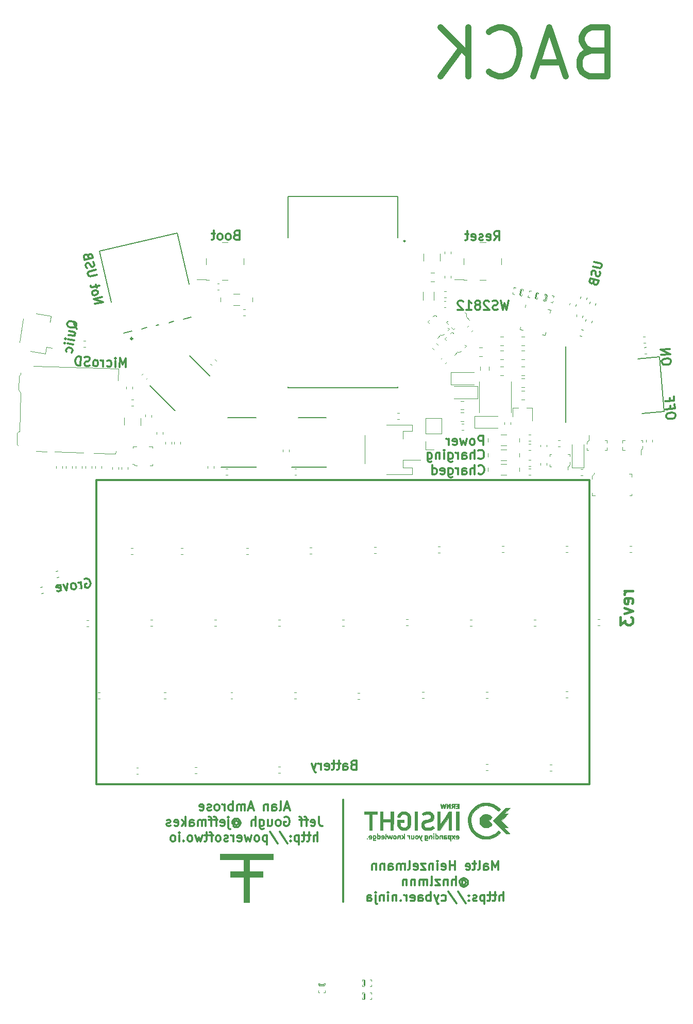
<source format=gbr>
G04 #@! TF.GenerationSoftware,KiCad,Pcbnew,5.0.2-1.fc29*
G04 #@! TF.CreationDate,2019-02-25T04:27:58+01:00*
G04 #@! TF.ProjectId,tr19-badge,74723139-2d62-4616-9467-652e6b696361,rev?*
G04 #@! TF.SameCoordinates,Original*
G04 #@! TF.FileFunction,Legend,Bot*
G04 #@! TF.FilePolarity,Positive*
%FSLAX46Y46*%
G04 Gerber Fmt 4.6, Leading zero omitted, Abs format (unit mm)*
G04 Created by KiCad (PCBNEW 5.0.2-1.fc29) date Mon 25 Feb 2019 04:27:58 CET*
%MOMM*%
%LPD*%
G01*
G04 APERTURE LIST*
%ADD10C,0.300000*%
%ADD11C,0.400000*%
%ADD12C,1.000000*%
%ADD13C,0.010000*%
%ADD14C,0.240000*%
%ADD15C,0.127000*%
%ADD16C,0.120000*%
%ADD17C,0.150000*%
%ADD18C,0.100000*%
%ADD19C,0.200000*%
G04 APERTURE END LIST*
D10*
X0Y42370000D02*
X0Y25600000D01*
X25517142Y30841428D02*
X25517142Y32341428D01*
X25017142Y31270000D01*
X24517142Y32341428D01*
X24517142Y30841428D01*
X23160000Y30841428D02*
X23160000Y31627142D01*
X23231428Y31770000D01*
X23374285Y31841428D01*
X23660000Y31841428D01*
X23802857Y31770000D01*
X23160000Y30912857D02*
X23302857Y30841428D01*
X23660000Y30841428D01*
X23802857Y30912857D01*
X23874285Y31055714D01*
X23874285Y31198571D01*
X23802857Y31341428D01*
X23660000Y31412857D01*
X23302857Y31412857D01*
X23160000Y31484285D01*
X22231428Y30841428D02*
X22374285Y30912857D01*
X22445714Y31055714D01*
X22445714Y32341428D01*
X21874285Y31841428D02*
X21302857Y31841428D01*
X21660000Y32341428D02*
X21660000Y31055714D01*
X21588571Y30912857D01*
X21445714Y30841428D01*
X21302857Y30841428D01*
X20231428Y30912857D02*
X20374285Y30841428D01*
X20660000Y30841428D01*
X20802857Y30912857D01*
X20874285Y31055714D01*
X20874285Y31627142D01*
X20802857Y31770000D01*
X20660000Y31841428D01*
X20374285Y31841428D01*
X20231428Y31770000D01*
X20160000Y31627142D01*
X20160000Y31484285D01*
X20874285Y31341428D01*
X18374285Y30841428D02*
X18374285Y32341428D01*
X18374285Y31627142D02*
X17517142Y31627142D01*
X17517142Y30841428D02*
X17517142Y32341428D01*
X16231428Y30912857D02*
X16374285Y30841428D01*
X16660000Y30841428D01*
X16802857Y30912857D01*
X16874285Y31055714D01*
X16874285Y31627142D01*
X16802857Y31770000D01*
X16660000Y31841428D01*
X16374285Y31841428D01*
X16231428Y31770000D01*
X16160000Y31627142D01*
X16160000Y31484285D01*
X16874285Y31341428D01*
X15517142Y30841428D02*
X15517142Y31841428D01*
X15517142Y32341428D02*
X15588571Y32270000D01*
X15517142Y32198571D01*
X15445714Y32270000D01*
X15517142Y32341428D01*
X15517142Y32198571D01*
X14802857Y31841428D02*
X14802857Y30841428D01*
X14802857Y31698571D02*
X14731428Y31770000D01*
X14588571Y31841428D01*
X14374285Y31841428D01*
X14231428Y31770000D01*
X14160000Y31627142D01*
X14160000Y30841428D01*
X13588571Y31841428D02*
X12802857Y31841428D01*
X13588571Y30841428D01*
X12802857Y30841428D01*
X11660000Y30912857D02*
X11802857Y30841428D01*
X12088571Y30841428D01*
X12231428Y30912857D01*
X12302857Y31055714D01*
X12302857Y31627142D01*
X12231428Y31770000D01*
X12088571Y31841428D01*
X11802857Y31841428D01*
X11660000Y31770000D01*
X11588571Y31627142D01*
X11588571Y31484285D01*
X12302857Y31341428D01*
X10731428Y30841428D02*
X10874285Y30912857D01*
X10945714Y31055714D01*
X10945714Y32341428D01*
X10160000Y30841428D02*
X10160000Y31841428D01*
X10160000Y31698571D02*
X10088571Y31770000D01*
X9945714Y31841428D01*
X9731428Y31841428D01*
X9588571Y31770000D01*
X9517142Y31627142D01*
X9517142Y30841428D01*
X9517142Y31627142D02*
X9445714Y31770000D01*
X9302857Y31841428D01*
X9088571Y31841428D01*
X8945714Y31770000D01*
X8874285Y31627142D01*
X8874285Y30841428D01*
X7517142Y30841428D02*
X7517142Y31627142D01*
X7588571Y31770000D01*
X7731428Y31841428D01*
X8017142Y31841428D01*
X8160000Y31770000D01*
X7517142Y30912857D02*
X7660000Y30841428D01*
X8017142Y30841428D01*
X8160000Y30912857D01*
X8231428Y31055714D01*
X8231428Y31198571D01*
X8160000Y31341428D01*
X8017142Y31412857D01*
X7660000Y31412857D01*
X7517142Y31484285D01*
X6802857Y31841428D02*
X6802857Y30841428D01*
X6802857Y31698571D02*
X6731428Y31770000D01*
X6588571Y31841428D01*
X6374285Y31841428D01*
X6231428Y31770000D01*
X6160000Y31627142D01*
X6160000Y30841428D01*
X5445714Y31841428D02*
X5445714Y30841428D01*
X5445714Y31698571D02*
X5374285Y31770000D01*
X5231428Y31841428D01*
X5017142Y31841428D01*
X4874285Y31770000D01*
X4802857Y31627142D01*
X4802857Y30841428D01*
X19552857Y29005714D02*
X19624285Y29077142D01*
X19767142Y29148571D01*
X19910000Y29148571D01*
X20052857Y29077142D01*
X20124285Y29005714D01*
X20195714Y28862857D01*
X20195714Y28720000D01*
X20124285Y28577142D01*
X20052857Y28505714D01*
X19910000Y28434285D01*
X19767142Y28434285D01*
X19624285Y28505714D01*
X19552857Y28577142D01*
X19552857Y29148571D02*
X19552857Y28577142D01*
X19481428Y28505714D01*
X19410000Y28505714D01*
X19267142Y28577142D01*
X19195714Y28720000D01*
X19195714Y29077142D01*
X19338571Y29291428D01*
X19552857Y29434285D01*
X19838571Y29505714D01*
X20124285Y29434285D01*
X20338571Y29291428D01*
X20481428Y29077142D01*
X20552857Y28791428D01*
X20481428Y28505714D01*
X20338571Y28291428D01*
X20124285Y28148571D01*
X19838571Y28077142D01*
X19552857Y28148571D01*
X19338571Y28291428D01*
X18552857Y28291428D02*
X18552857Y29791428D01*
X17910000Y28291428D02*
X17910000Y29077142D01*
X17981428Y29220000D01*
X18124285Y29291428D01*
X18338571Y29291428D01*
X18481428Y29220000D01*
X18552857Y29148571D01*
X17195714Y29291428D02*
X17195714Y28291428D01*
X17195714Y29148571D02*
X17124285Y29220000D01*
X16981428Y29291428D01*
X16767142Y29291428D01*
X16624285Y29220000D01*
X16552857Y29077142D01*
X16552857Y28291428D01*
X15981428Y29291428D02*
X15195714Y29291428D01*
X15981428Y28291428D01*
X15195714Y28291428D01*
X14409999Y28291428D02*
X14552857Y28362857D01*
X14624285Y28505714D01*
X14624285Y29791428D01*
X13838571Y28291428D02*
X13838571Y29291428D01*
X13838571Y29148571D02*
X13767142Y29220000D01*
X13624285Y29291428D01*
X13409999Y29291428D01*
X13267142Y29220000D01*
X13195714Y29077142D01*
X13195714Y28291428D01*
X13195714Y29077142D02*
X13124285Y29220000D01*
X12981428Y29291428D01*
X12767142Y29291428D01*
X12624285Y29220000D01*
X12552857Y29077142D01*
X12552857Y28291428D01*
X11838571Y29291428D02*
X11838571Y28291428D01*
X11838571Y29148571D02*
X11767142Y29220000D01*
X11624285Y29291428D01*
X11409999Y29291428D01*
X11267142Y29220000D01*
X11195714Y29077142D01*
X11195714Y28291428D01*
X10481428Y29291428D02*
X10481428Y28291428D01*
X10481428Y29148571D02*
X10409999Y29220000D01*
X10267142Y29291428D01*
X10052857Y29291428D01*
X9909999Y29220000D01*
X9838571Y29077142D01*
X9838571Y28291428D01*
X26338571Y25741428D02*
X26338571Y27241428D01*
X25695714Y25741428D02*
X25695714Y26527142D01*
X25767142Y26670000D01*
X25910000Y26741428D01*
X26124285Y26741428D01*
X26267142Y26670000D01*
X26338571Y26598571D01*
X25195714Y26741428D02*
X24624285Y26741428D01*
X24981428Y27241428D02*
X24981428Y25955714D01*
X24910000Y25812857D01*
X24767142Y25741428D01*
X24624285Y25741428D01*
X24338571Y26741428D02*
X23767142Y26741428D01*
X24124285Y27241428D02*
X24124285Y25955714D01*
X24052857Y25812857D01*
X23910000Y25741428D01*
X23767142Y25741428D01*
X23267142Y26741428D02*
X23267142Y25241428D01*
X23267142Y26670000D02*
X23124285Y26741428D01*
X22838571Y26741428D01*
X22695714Y26670000D01*
X22624285Y26598571D01*
X22552857Y26455714D01*
X22552857Y26027142D01*
X22624285Y25884285D01*
X22695714Y25812857D01*
X22838571Y25741428D01*
X23124285Y25741428D01*
X23267142Y25812857D01*
X21981428Y25812857D02*
X21838571Y25741428D01*
X21552857Y25741428D01*
X21409999Y25812857D01*
X21338571Y25955714D01*
X21338571Y26027142D01*
X21409999Y26170000D01*
X21552857Y26241428D01*
X21767142Y26241428D01*
X21909999Y26312857D01*
X21981428Y26455714D01*
X21981428Y26527142D01*
X21909999Y26670000D01*
X21767142Y26741428D01*
X21552857Y26741428D01*
X21409999Y26670000D01*
X20695714Y25884285D02*
X20624285Y25812857D01*
X20695714Y25741428D01*
X20767142Y25812857D01*
X20695714Y25884285D01*
X20695714Y25741428D01*
X20695714Y26670000D02*
X20624285Y26598571D01*
X20695714Y26527142D01*
X20767142Y26598571D01*
X20695714Y26670000D01*
X20695714Y26527142D01*
X18909999Y27312857D02*
X20195714Y25384285D01*
X17338571Y27312857D02*
X18624285Y25384285D01*
X16195714Y25812857D02*
X16338571Y25741428D01*
X16624285Y25741428D01*
X16767142Y25812857D01*
X16838571Y25884285D01*
X16910000Y26027142D01*
X16910000Y26455714D01*
X16838571Y26598571D01*
X16767142Y26670000D01*
X16624285Y26741428D01*
X16338571Y26741428D01*
X16195714Y26670000D01*
X15695714Y26741428D02*
X15338571Y25741428D01*
X14981428Y26741428D02*
X15338571Y25741428D01*
X15481428Y25384285D01*
X15552857Y25312857D01*
X15695714Y25241428D01*
X14410000Y25741428D02*
X14410000Y27241428D01*
X14410000Y26670000D02*
X14267142Y26741428D01*
X13981428Y26741428D01*
X13838571Y26670000D01*
X13767142Y26598571D01*
X13695714Y26455714D01*
X13695714Y26027142D01*
X13767142Y25884285D01*
X13838571Y25812857D01*
X13981428Y25741428D01*
X14267142Y25741428D01*
X14410000Y25812857D01*
X12410000Y25741428D02*
X12410000Y26527142D01*
X12481428Y26670000D01*
X12624285Y26741428D01*
X12910000Y26741428D01*
X13052857Y26670000D01*
X12410000Y25812857D02*
X12552857Y25741428D01*
X12910000Y25741428D01*
X13052857Y25812857D01*
X13124285Y25955714D01*
X13124285Y26098571D01*
X13052857Y26241428D01*
X12910000Y26312857D01*
X12552857Y26312857D01*
X12410000Y26384285D01*
X11124285Y25812857D02*
X11267142Y25741428D01*
X11552857Y25741428D01*
X11695714Y25812857D01*
X11767142Y25955714D01*
X11767142Y26527142D01*
X11695714Y26670000D01*
X11552857Y26741428D01*
X11267142Y26741428D01*
X11124285Y26670000D01*
X11052857Y26527142D01*
X11052857Y26384285D01*
X11767142Y26241428D01*
X10410000Y25741428D02*
X10410000Y26741428D01*
X10410000Y26455714D02*
X10338571Y26598571D01*
X10267142Y26670000D01*
X10124285Y26741428D01*
X9981428Y26741428D01*
X9481428Y25884285D02*
X9410000Y25812857D01*
X9481428Y25741428D01*
X9552857Y25812857D01*
X9481428Y25884285D01*
X9481428Y25741428D01*
X8767142Y26741428D02*
X8767142Y25741428D01*
X8767142Y26598571D02*
X8695714Y26670000D01*
X8552857Y26741428D01*
X8338571Y26741428D01*
X8195714Y26670000D01*
X8124285Y26527142D01*
X8124285Y25741428D01*
X7410000Y25741428D02*
X7410000Y26741428D01*
X7410000Y27241428D02*
X7481428Y27170000D01*
X7410000Y27098571D01*
X7338571Y27170000D01*
X7410000Y27241428D01*
X7410000Y27098571D01*
X6695714Y26741428D02*
X6695714Y25741428D01*
X6695714Y26598571D02*
X6624285Y26670000D01*
X6481428Y26741428D01*
X6267142Y26741428D01*
X6124285Y26670000D01*
X6052857Y26527142D01*
X6052857Y25741428D01*
X5338571Y26741428D02*
X5338571Y25455714D01*
X5410000Y25312857D01*
X5552857Y25241428D01*
X5624285Y25241428D01*
X5338571Y27241428D02*
X5410000Y27170000D01*
X5338571Y27098571D01*
X5267142Y27170000D01*
X5338571Y27241428D01*
X5338571Y27098571D01*
X3981428Y25741428D02*
X3981428Y26527142D01*
X4052857Y26670000D01*
X4195714Y26741428D01*
X4481428Y26741428D01*
X4624285Y26670000D01*
X3981428Y25812857D02*
X4124285Y25741428D01*
X4481428Y25741428D01*
X4624285Y25812857D01*
X4695714Y25955714D01*
X4695714Y26098571D01*
X4624285Y26241428D01*
X4481428Y26312857D01*
X4124285Y26312857D01*
X3981428Y26384285D01*
X-8827142Y41050000D02*
X-9541428Y41050000D01*
X-8684285Y40621428D02*
X-9184285Y42121428D01*
X-9684285Y40621428D01*
X-10398571Y40621428D02*
X-10255714Y40692857D01*
X-10184285Y40835714D01*
X-10184285Y42121428D01*
X-11612857Y40621428D02*
X-11612857Y41407142D01*
X-11541428Y41550000D01*
X-11398571Y41621428D01*
X-11112857Y41621428D01*
X-10969999Y41550000D01*
X-11612857Y40692857D02*
X-11469999Y40621428D01*
X-11112857Y40621428D01*
X-10969999Y40692857D01*
X-10898571Y40835714D01*
X-10898571Y40978571D01*
X-10969999Y41121428D01*
X-11112857Y41192857D01*
X-11469999Y41192857D01*
X-11612857Y41264285D01*
X-12327142Y41621428D02*
X-12327142Y40621428D01*
X-12327142Y41478571D02*
X-12398571Y41550000D01*
X-12541428Y41621428D01*
X-12755714Y41621428D01*
X-12898571Y41550000D01*
X-12969999Y41407142D01*
X-12969999Y40621428D01*
X-14755714Y41050000D02*
X-15469999Y41050000D01*
X-14612857Y40621428D02*
X-15112857Y42121428D01*
X-15612857Y40621428D01*
X-16112857Y40621428D02*
X-16112857Y41621428D01*
X-16112857Y41478571D02*
X-16184285Y41550000D01*
X-16327142Y41621428D01*
X-16541428Y41621428D01*
X-16684285Y41550000D01*
X-16755714Y41407142D01*
X-16755714Y40621428D01*
X-16755714Y41407142D02*
X-16827142Y41550000D01*
X-16969999Y41621428D01*
X-17184285Y41621428D01*
X-17327142Y41550000D01*
X-17398571Y41407142D01*
X-17398571Y40621428D01*
X-18112857Y40621428D02*
X-18112857Y42121428D01*
X-18112857Y41550000D02*
X-18255714Y41621428D01*
X-18541428Y41621428D01*
X-18684285Y41550000D01*
X-18755714Y41478571D01*
X-18827142Y41335714D01*
X-18827142Y40907142D01*
X-18755714Y40764285D01*
X-18684285Y40692857D01*
X-18541428Y40621428D01*
X-18255714Y40621428D01*
X-18112857Y40692857D01*
X-19469999Y40621428D02*
X-19469999Y41621428D01*
X-19469999Y41335714D02*
X-19541428Y41478571D01*
X-19612857Y41550000D01*
X-19755714Y41621428D01*
X-19898571Y41621428D01*
X-20612857Y40621428D02*
X-20469999Y40692857D01*
X-20398571Y40764285D01*
X-20327142Y40907142D01*
X-20327142Y41335714D01*
X-20398571Y41478571D01*
X-20469999Y41550000D01*
X-20612857Y41621428D01*
X-20827142Y41621428D01*
X-20969999Y41550000D01*
X-21041428Y41478571D01*
X-21112857Y41335714D01*
X-21112857Y40907142D01*
X-21041428Y40764285D01*
X-20969999Y40692857D01*
X-20827142Y40621428D01*
X-20612857Y40621428D01*
X-21684285Y40692857D02*
X-21827142Y40621428D01*
X-22112857Y40621428D01*
X-22255714Y40692857D01*
X-22327142Y40835714D01*
X-22327142Y40907142D01*
X-22255714Y41050000D01*
X-22112857Y41121428D01*
X-21898571Y41121428D01*
X-21755714Y41192857D01*
X-21684285Y41335714D01*
X-21684285Y41407142D01*
X-21755714Y41550000D01*
X-21898571Y41621428D01*
X-22112857Y41621428D01*
X-22255714Y41550000D01*
X-23541428Y40692857D02*
X-23398571Y40621428D01*
X-23112857Y40621428D01*
X-22969999Y40692857D01*
X-22898571Y40835714D01*
X-22898571Y41407142D01*
X-22969999Y41550000D01*
X-23112857Y41621428D01*
X-23398571Y41621428D01*
X-23541428Y41550000D01*
X-23612857Y41407142D01*
X-23612857Y41264285D01*
X-22898571Y41121428D01*
X-3970000Y39571428D02*
X-3970000Y38500000D01*
X-3898571Y38285714D01*
X-3755714Y38142857D01*
X-3541428Y38071428D01*
X-3398571Y38071428D01*
X-5255714Y38142857D02*
X-5112857Y38071428D01*
X-4827142Y38071428D01*
X-4684285Y38142857D01*
X-4612857Y38285714D01*
X-4612857Y38857142D01*
X-4684285Y39000000D01*
X-4827142Y39071428D01*
X-5112857Y39071428D01*
X-5255714Y39000000D01*
X-5327142Y38857142D01*
X-5327142Y38714285D01*
X-4612857Y38571428D01*
X-5755714Y39071428D02*
X-6327142Y39071428D01*
X-5970000Y38071428D02*
X-5970000Y39357142D01*
X-6041428Y39500000D01*
X-6184285Y39571428D01*
X-6327142Y39571428D01*
X-6612857Y39071428D02*
X-7184285Y39071428D01*
X-6827142Y38071428D02*
X-6827142Y39357142D01*
X-6898571Y39500000D01*
X-7041428Y39571428D01*
X-7184285Y39571428D01*
X-9612857Y39500000D02*
X-9470000Y39571428D01*
X-9255714Y39571428D01*
X-9041428Y39500000D01*
X-8898571Y39357142D01*
X-8827142Y39214285D01*
X-8755714Y38928571D01*
X-8755714Y38714285D01*
X-8827142Y38428571D01*
X-8898571Y38285714D01*
X-9041428Y38142857D01*
X-9255714Y38071428D01*
X-9398571Y38071428D01*
X-9612857Y38142857D01*
X-9684285Y38214285D01*
X-9684285Y38714285D01*
X-9398571Y38714285D01*
X-10541428Y38071428D02*
X-10398571Y38142857D01*
X-10327142Y38214285D01*
X-10255714Y38357142D01*
X-10255714Y38785714D01*
X-10327142Y38928571D01*
X-10398571Y39000000D01*
X-10541428Y39071428D01*
X-10755714Y39071428D01*
X-10898571Y39000000D01*
X-10970000Y38928571D01*
X-11041428Y38785714D01*
X-11041428Y38357142D01*
X-10970000Y38214285D01*
X-10898571Y38142857D01*
X-10755714Y38071428D01*
X-10541428Y38071428D01*
X-12327142Y39071428D02*
X-12327142Y38071428D01*
X-11684285Y39071428D02*
X-11684285Y38285714D01*
X-11755714Y38142857D01*
X-11898571Y38071428D01*
X-12112857Y38071428D01*
X-12255714Y38142857D01*
X-12327142Y38214285D01*
X-13684285Y39071428D02*
X-13684285Y37857142D01*
X-13612857Y37714285D01*
X-13541428Y37642857D01*
X-13398571Y37571428D01*
X-13184285Y37571428D01*
X-13041428Y37642857D01*
X-13684285Y38142857D02*
X-13541428Y38071428D01*
X-13255714Y38071428D01*
X-13112857Y38142857D01*
X-13041428Y38214285D01*
X-12970000Y38357142D01*
X-12970000Y38785714D01*
X-13041428Y38928571D01*
X-13112857Y39000000D01*
X-13255714Y39071428D01*
X-13541428Y39071428D01*
X-13684285Y39000000D01*
X-14398571Y38071428D02*
X-14398571Y39571428D01*
X-15041428Y38071428D02*
X-15041428Y38857142D01*
X-14970000Y39000000D01*
X-14827142Y39071428D01*
X-14612857Y39071428D01*
X-14470000Y39000000D01*
X-14398571Y38928571D01*
X-17827142Y38785714D02*
X-17755714Y38857142D01*
X-17612857Y38928571D01*
X-17470000Y38928571D01*
X-17327142Y38857142D01*
X-17255714Y38785714D01*
X-17184285Y38642857D01*
X-17184285Y38500000D01*
X-17255714Y38357142D01*
X-17327142Y38285714D01*
X-17470000Y38214285D01*
X-17612857Y38214285D01*
X-17755714Y38285714D01*
X-17827142Y38357142D01*
X-17827142Y38928571D02*
X-17827142Y38357142D01*
X-17898571Y38285714D01*
X-17970000Y38285714D01*
X-18112857Y38357142D01*
X-18184285Y38500000D01*
X-18184285Y38857142D01*
X-18041428Y39071428D01*
X-17827142Y39214285D01*
X-17541428Y39285714D01*
X-17255714Y39214285D01*
X-17041428Y39071428D01*
X-16898571Y38857142D01*
X-16827142Y38571428D01*
X-16898571Y38285714D01*
X-17041428Y38071428D01*
X-17255714Y37928571D01*
X-17541428Y37857142D01*
X-17827142Y37928571D01*
X-18041428Y38071428D01*
X-18827142Y39071428D02*
X-18827142Y37785714D01*
X-18755714Y37642857D01*
X-18612857Y37571428D01*
X-18541428Y37571428D01*
X-18827142Y39571428D02*
X-18755714Y39500000D01*
X-18827142Y39428571D01*
X-18898571Y39500000D01*
X-18827142Y39571428D01*
X-18827142Y39428571D01*
X-20112857Y38142857D02*
X-19970000Y38071428D01*
X-19684285Y38071428D01*
X-19541428Y38142857D01*
X-19470000Y38285714D01*
X-19470000Y38857142D01*
X-19541428Y39000000D01*
X-19684285Y39071428D01*
X-19970000Y39071428D01*
X-20112857Y39000000D01*
X-20184285Y38857142D01*
X-20184285Y38714285D01*
X-19470000Y38571428D01*
X-20612857Y39071428D02*
X-21184285Y39071428D01*
X-20827142Y38071428D02*
X-20827142Y39357142D01*
X-20898571Y39500000D01*
X-21041428Y39571428D01*
X-21184285Y39571428D01*
X-21470000Y39071428D02*
X-22041428Y39071428D01*
X-21684285Y38071428D02*
X-21684285Y39357142D01*
X-21755714Y39500000D01*
X-21898571Y39571428D01*
X-22041428Y39571428D01*
X-22541428Y38071428D02*
X-22541428Y39071428D01*
X-22541428Y38928571D02*
X-22612857Y39000000D01*
X-22755714Y39071428D01*
X-22970000Y39071428D01*
X-23112857Y39000000D01*
X-23184285Y38857142D01*
X-23184285Y38071428D01*
X-23184285Y38857142D02*
X-23255714Y39000000D01*
X-23398571Y39071428D01*
X-23612857Y39071428D01*
X-23755714Y39000000D01*
X-23827142Y38857142D01*
X-23827142Y38071428D01*
X-25184285Y38071428D02*
X-25184285Y38857142D01*
X-25112857Y39000000D01*
X-24970000Y39071428D01*
X-24684285Y39071428D01*
X-24541428Y39000000D01*
X-25184285Y38142857D02*
X-25041428Y38071428D01*
X-24684285Y38071428D01*
X-24541428Y38142857D01*
X-24470000Y38285714D01*
X-24470000Y38428571D01*
X-24541428Y38571428D01*
X-24684285Y38642857D01*
X-25041428Y38642857D01*
X-25184285Y38714285D01*
X-25898571Y38071428D02*
X-25898571Y39571428D01*
X-26041428Y38642857D02*
X-26470000Y38071428D01*
X-26470000Y39071428D02*
X-25898571Y38500000D01*
X-27684285Y38142857D02*
X-27541428Y38071428D01*
X-27255714Y38071428D01*
X-27112857Y38142857D01*
X-27041428Y38285714D01*
X-27041428Y38857142D01*
X-27112857Y39000000D01*
X-27255714Y39071428D01*
X-27541428Y39071428D01*
X-27684285Y39000000D01*
X-27755714Y38857142D01*
X-27755714Y38714285D01*
X-27041428Y38571428D01*
X-28327142Y38142857D02*
X-28470000Y38071428D01*
X-28755714Y38071428D01*
X-28898571Y38142857D01*
X-28970000Y38285714D01*
X-28970000Y38357142D01*
X-28898571Y38500000D01*
X-28755714Y38571428D01*
X-28541428Y38571428D01*
X-28398571Y38642857D01*
X-28327142Y38785714D01*
X-28327142Y38857142D01*
X-28398571Y39000000D01*
X-28541428Y39071428D01*
X-28755714Y39071428D01*
X-28898571Y39000000D01*
X-4184285Y35521428D02*
X-4184285Y37021428D01*
X-4827142Y35521428D02*
X-4827142Y36307142D01*
X-4755714Y36450000D01*
X-4612857Y36521428D01*
X-4398571Y36521428D01*
X-4255714Y36450000D01*
X-4184285Y36378571D01*
X-5327142Y36521428D02*
X-5898571Y36521428D01*
X-5541428Y37021428D02*
X-5541428Y35735714D01*
X-5612857Y35592857D01*
X-5755714Y35521428D01*
X-5898571Y35521428D01*
X-6184285Y36521428D02*
X-6755714Y36521428D01*
X-6398571Y37021428D02*
X-6398571Y35735714D01*
X-6470000Y35592857D01*
X-6612857Y35521428D01*
X-6755714Y35521428D01*
X-7255714Y36521428D02*
X-7255714Y35021428D01*
X-7255714Y36450000D02*
X-7398571Y36521428D01*
X-7684285Y36521428D01*
X-7827142Y36450000D01*
X-7898571Y36378571D01*
X-7970000Y36235714D01*
X-7970000Y35807142D01*
X-7898571Y35664285D01*
X-7827142Y35592857D01*
X-7684285Y35521428D01*
X-7398571Y35521428D01*
X-7255714Y35592857D01*
X-8612857Y35664285D02*
X-8684285Y35592857D01*
X-8612857Y35521428D01*
X-8541428Y35592857D01*
X-8612857Y35664285D01*
X-8612857Y35521428D01*
X-8612857Y36450000D02*
X-8684285Y36378571D01*
X-8612857Y36307142D01*
X-8541428Y36378571D01*
X-8612857Y36450000D01*
X-8612857Y36307142D01*
X-10398571Y37092857D02*
X-9112857Y35164285D01*
X-11970000Y37092857D02*
X-10684285Y35164285D01*
X-12469999Y36521428D02*
X-12469999Y35021428D01*
X-12469999Y36450000D02*
X-12612857Y36521428D01*
X-12898571Y36521428D01*
X-13041428Y36450000D01*
X-13112857Y36378571D01*
X-13184285Y36235714D01*
X-13184285Y35807142D01*
X-13112857Y35664285D01*
X-13041428Y35592857D01*
X-12898571Y35521428D01*
X-12612857Y35521428D01*
X-12469999Y35592857D01*
X-14041428Y35521428D02*
X-13898571Y35592857D01*
X-13827142Y35664285D01*
X-13755714Y35807142D01*
X-13755714Y36235714D01*
X-13827142Y36378571D01*
X-13898571Y36450000D01*
X-14041428Y36521428D01*
X-14255714Y36521428D01*
X-14398571Y36450000D01*
X-14469999Y36378571D01*
X-14541428Y36235714D01*
X-14541428Y35807142D01*
X-14469999Y35664285D01*
X-14398571Y35592857D01*
X-14255714Y35521428D01*
X-14041428Y35521428D01*
X-15041428Y36521428D02*
X-15327142Y35521428D01*
X-15612857Y36235714D01*
X-15898571Y35521428D01*
X-16184285Y36521428D01*
X-17327142Y35592857D02*
X-17184285Y35521428D01*
X-16898571Y35521428D01*
X-16755714Y35592857D01*
X-16684285Y35735714D01*
X-16684285Y36307142D01*
X-16755714Y36450000D01*
X-16898571Y36521428D01*
X-17184285Y36521428D01*
X-17327142Y36450000D01*
X-17398571Y36307142D01*
X-17398571Y36164285D01*
X-16684285Y36021428D01*
X-18041428Y35521428D02*
X-18041428Y36521428D01*
X-18041428Y36235714D02*
X-18112857Y36378571D01*
X-18184285Y36450000D01*
X-18327142Y36521428D01*
X-18469999Y36521428D01*
X-18898571Y35592857D02*
X-19041428Y35521428D01*
X-19327142Y35521428D01*
X-19469999Y35592857D01*
X-19541428Y35735714D01*
X-19541428Y35807142D01*
X-19469999Y35950000D01*
X-19327142Y36021428D01*
X-19112857Y36021428D01*
X-18969999Y36092857D01*
X-18898571Y36235714D01*
X-18898571Y36307142D01*
X-18969999Y36450000D01*
X-19112857Y36521428D01*
X-19327142Y36521428D01*
X-19469999Y36450000D01*
X-20398571Y35521428D02*
X-20255714Y35592857D01*
X-20184285Y35664285D01*
X-20112857Y35807142D01*
X-20112857Y36235714D01*
X-20184285Y36378571D01*
X-20255714Y36450000D01*
X-20398571Y36521428D01*
X-20612857Y36521428D01*
X-20755714Y36450000D01*
X-20827142Y36378571D01*
X-20898571Y36235714D01*
X-20898571Y35807142D01*
X-20827142Y35664285D01*
X-20755714Y35592857D01*
X-20612857Y35521428D01*
X-20398571Y35521428D01*
X-21327142Y36521428D02*
X-21898571Y36521428D01*
X-21541428Y35521428D02*
X-21541428Y36807142D01*
X-21612857Y36950000D01*
X-21755714Y37021428D01*
X-21898571Y37021428D01*
X-22184285Y36521428D02*
X-22755714Y36521428D01*
X-22398571Y37021428D02*
X-22398571Y35735714D01*
X-22469999Y35592857D01*
X-22612857Y35521428D01*
X-22755714Y35521428D01*
X-23112857Y36521428D02*
X-23398571Y35521428D01*
X-23684285Y36235714D01*
X-23970000Y35521428D01*
X-24255714Y36521428D01*
X-25041428Y35521428D02*
X-24898571Y35592857D01*
X-24827142Y35664285D01*
X-24755714Y35807142D01*
X-24755714Y36235714D01*
X-24827142Y36378571D01*
X-24898571Y36450000D01*
X-25041428Y36521428D01*
X-25255714Y36521428D01*
X-25398571Y36450000D01*
X-25469999Y36378571D01*
X-25541428Y36235714D01*
X-25541428Y35807142D01*
X-25469999Y35664285D01*
X-25398571Y35592857D01*
X-25255714Y35521428D01*
X-25041428Y35521428D01*
X-26184285Y35664285D02*
X-26255714Y35592857D01*
X-26184285Y35521428D01*
X-26112857Y35592857D01*
X-26184285Y35664285D01*
X-26184285Y35521428D01*
X-26898571Y35521428D02*
X-26898571Y36521428D01*
X-26898571Y37021428D02*
X-26827142Y36950000D01*
X-26898571Y36878571D01*
X-26969999Y36950000D01*
X-26898571Y37021428D01*
X-26898571Y36878571D01*
X-27827142Y35521428D02*
X-27684285Y35592857D01*
X-27612857Y35664285D01*
X-27541428Y35807142D01*
X-27541428Y36235714D01*
X-27612857Y36378571D01*
X-27684285Y36450000D01*
X-27827142Y36521428D01*
X-28041428Y36521428D01*
X-28184285Y36450000D01*
X-28255714Y36378571D01*
X-28327142Y36235714D01*
X-28327142Y35807142D01*
X-28255714Y35664285D01*
X-28184285Y35592857D01*
X-28041428Y35521428D01*
X-27827142Y35521428D01*
X27214285Y124321428D02*
X26857142Y122821428D01*
X26571428Y123892857D01*
X26285714Y122821428D01*
X25928571Y124321428D01*
X25428571Y122892857D02*
X25214285Y122821428D01*
X24857142Y122821428D01*
X24714285Y122892857D01*
X24642857Y122964285D01*
X24571428Y123107142D01*
X24571428Y123250000D01*
X24642857Y123392857D01*
X24714285Y123464285D01*
X24857142Y123535714D01*
X25142857Y123607142D01*
X25285714Y123678571D01*
X25357142Y123750000D01*
X25428571Y123892857D01*
X25428571Y124035714D01*
X25357142Y124178571D01*
X25285714Y124250000D01*
X25142857Y124321428D01*
X24785714Y124321428D01*
X24571428Y124250000D01*
X24000000Y124178571D02*
X23928571Y124250000D01*
X23785714Y124321428D01*
X23428571Y124321428D01*
X23285714Y124250000D01*
X23214285Y124178571D01*
X23142857Y124035714D01*
X23142857Y123892857D01*
X23214285Y123678571D01*
X24071428Y122821428D01*
X23142857Y122821428D01*
X22285714Y123678571D02*
X22428571Y123750000D01*
X22500000Y123821428D01*
X22571428Y123964285D01*
X22571428Y124035714D01*
X22500000Y124178571D01*
X22428571Y124250000D01*
X22285714Y124321428D01*
X22000000Y124321428D01*
X21857142Y124250000D01*
X21785714Y124178571D01*
X21714285Y124035714D01*
X21714285Y123964285D01*
X21785714Y123821428D01*
X21857142Y123750000D01*
X22000000Y123678571D01*
X22285714Y123678571D01*
X22428571Y123607142D01*
X22500000Y123535714D01*
X22571428Y123392857D01*
X22571428Y123107142D01*
X22500000Y122964285D01*
X22428571Y122892857D01*
X22285714Y122821428D01*
X22000000Y122821428D01*
X21857142Y122892857D01*
X21785714Y122964285D01*
X21714285Y123107142D01*
X21714285Y123392857D01*
X21785714Y123535714D01*
X21857142Y123607142D01*
X22000000Y123678571D01*
X20285714Y122821428D02*
X21142857Y122821428D01*
X20714285Y122821428D02*
X20714285Y124321428D01*
X20857142Y124107142D01*
X21000000Y123964285D01*
X21142857Y123892857D01*
X19714285Y124178571D02*
X19642857Y124250000D01*
X19500000Y124321428D01*
X19142857Y124321428D01*
X19000000Y124250000D01*
X18928571Y124178571D01*
X18857142Y124035714D01*
X18857142Y123892857D01*
X18928571Y123678571D01*
X19785714Y122821428D01*
X18857142Y122821428D01*
X41233883Y130690726D02*
X42340351Y130445428D01*
X42456095Y130351483D01*
X42506752Y130271967D01*
X42542980Y130127365D01*
X42485262Y129867019D01*
X42391317Y129751276D01*
X42311802Y129700619D01*
X42167200Y129664391D01*
X41060731Y129909689D01*
X42232595Y129035326D02*
X42254394Y128825637D01*
X42182247Y128500205D01*
X42088302Y128384462D01*
X42008786Y128333804D01*
X41864184Y128297577D01*
X41734011Y128326435D01*
X41618268Y128420380D01*
X41567611Y128499896D01*
X41531383Y128644498D01*
X41524014Y128919273D01*
X41487786Y129063875D01*
X41437129Y129143391D01*
X41321385Y129237336D01*
X41191213Y129266195D01*
X41046611Y129229967D01*
X40967095Y129179310D01*
X40873150Y129063566D01*
X40801003Y128738134D01*
X40822802Y128528446D01*
X41177710Y127357199D02*
X41199509Y127147511D01*
X41250166Y127067995D01*
X41365910Y126974050D01*
X41561169Y126930762D01*
X41705771Y126966990D01*
X41785287Y127017647D01*
X41879232Y127133391D01*
X41994666Y127654082D01*
X40627852Y127957097D01*
X40526846Y127501493D01*
X40563074Y127356890D01*
X40613731Y127277375D01*
X40729475Y127183430D01*
X40859648Y127154571D01*
X41004250Y127190799D01*
X41083765Y127241456D01*
X41177710Y127357199D01*
X41278716Y127812804D01*
X-17521428Y135107142D02*
X-17735714Y135035714D01*
X-17807142Y134964285D01*
X-17878571Y134821428D01*
X-17878571Y134607142D01*
X-17807142Y134464285D01*
X-17735714Y134392857D01*
X-17592857Y134321428D01*
X-17021428Y134321428D01*
X-17021428Y135821428D01*
X-17521428Y135821428D01*
X-17664285Y135750000D01*
X-17735714Y135678571D01*
X-17807142Y135535714D01*
X-17807142Y135392857D01*
X-17735714Y135250000D01*
X-17664285Y135178571D01*
X-17521428Y135107142D01*
X-17021428Y135107142D01*
X-18735714Y134321428D02*
X-18592857Y134392857D01*
X-18521428Y134464285D01*
X-18450000Y134607142D01*
X-18450000Y135035714D01*
X-18521428Y135178571D01*
X-18592857Y135250000D01*
X-18735714Y135321428D01*
X-18950000Y135321428D01*
X-19092857Y135250000D01*
X-19164285Y135178571D01*
X-19235714Y135035714D01*
X-19235714Y134607142D01*
X-19164285Y134464285D01*
X-19092857Y134392857D01*
X-18950000Y134321428D01*
X-18735714Y134321428D01*
X-20092857Y134321428D02*
X-19950000Y134392857D01*
X-19878571Y134464285D01*
X-19807142Y134607142D01*
X-19807142Y135035714D01*
X-19878571Y135178571D01*
X-19950000Y135250000D01*
X-20092857Y135321428D01*
X-20307142Y135321428D01*
X-20450000Y135250000D01*
X-20521428Y135178571D01*
X-20592857Y135035714D01*
X-20592857Y134607142D01*
X-20521428Y134464285D01*
X-20450000Y134392857D01*
X-20307142Y134321428D01*
X-20092857Y134321428D01*
X-21021428Y135321428D02*
X-21592857Y135321428D01*
X-21235714Y135821428D02*
X-21235714Y134535714D01*
X-21307142Y134392857D01*
X-21450000Y134321428D01*
X-21592857Y134321428D01*
X24857142Y134221428D02*
X25357142Y134935714D01*
X25714285Y134221428D02*
X25714285Y135721428D01*
X25142857Y135721428D01*
X25000000Y135650000D01*
X24928571Y135578571D01*
X24857142Y135435714D01*
X24857142Y135221428D01*
X24928571Y135078571D01*
X25000000Y135007142D01*
X25142857Y134935714D01*
X25714285Y134935714D01*
X23642857Y134292857D02*
X23785714Y134221428D01*
X24071428Y134221428D01*
X24214285Y134292857D01*
X24285714Y134435714D01*
X24285714Y135007142D01*
X24214285Y135150000D01*
X24071428Y135221428D01*
X23785714Y135221428D01*
X23642857Y135150000D01*
X23571428Y135007142D01*
X23571428Y134864285D01*
X24285714Y134721428D01*
X23000000Y134292857D02*
X22857142Y134221428D01*
X22571428Y134221428D01*
X22428571Y134292857D01*
X22357142Y134435714D01*
X22357142Y134507142D01*
X22428571Y134650000D01*
X22571428Y134721428D01*
X22785714Y134721428D01*
X22928571Y134792857D01*
X23000000Y134935714D01*
X23000000Y135007142D01*
X22928571Y135150000D01*
X22785714Y135221428D01*
X22571428Y135221428D01*
X22428571Y135150000D01*
X21142857Y134292857D02*
X21285714Y134221428D01*
X21571428Y134221428D01*
X21714285Y134292857D01*
X21785714Y134435714D01*
X21785714Y135007142D01*
X21714285Y135150000D01*
X21571428Y135221428D01*
X21285714Y135221428D01*
X21142857Y135150000D01*
X21071428Y135007142D01*
X21071428Y134864285D01*
X21785714Y134721428D01*
X20642857Y135221428D02*
X20071428Y135221428D01*
X20428571Y135721428D02*
X20428571Y134435714D01*
X20357142Y134292857D01*
X20214285Y134221428D01*
X20071428Y134221428D01*
X1707042Y48107142D02*
X1492757Y48035714D01*
X1421328Y47964285D01*
X1349900Y47821428D01*
X1349900Y47607142D01*
X1421328Y47464285D01*
X1492757Y47392857D01*
X1635614Y47321428D01*
X2207042Y47321428D01*
X2207042Y48821428D01*
X1707042Y48821428D01*
X1564185Y48750000D01*
X1492757Y48678571D01*
X1421328Y48535714D01*
X1421328Y48392857D01*
X1492757Y48250000D01*
X1564185Y48178571D01*
X1707042Y48107142D01*
X2207042Y48107142D01*
X64185Y47321428D02*
X64185Y48107142D01*
X135614Y48250000D01*
X278471Y48321428D01*
X564185Y48321428D01*
X707042Y48250000D01*
X64185Y47392857D02*
X207042Y47321428D01*
X564185Y47321428D01*
X707042Y47392857D01*
X778471Y47535714D01*
X778471Y47678571D01*
X707042Y47821428D01*
X564185Y47892857D01*
X207042Y47892857D01*
X64185Y47964285D01*
X-435814Y48321428D02*
X-1007242Y48321428D01*
X-650100Y48821428D02*
X-650100Y47535714D01*
X-721528Y47392857D01*
X-864385Y47321428D01*
X-1007242Y47321428D01*
X-1292957Y48321428D02*
X-1864385Y48321428D01*
X-1507242Y48821428D02*
X-1507242Y47535714D01*
X-1578671Y47392857D01*
X-1721528Y47321428D01*
X-1864385Y47321428D01*
X-2935814Y47392857D02*
X-2792957Y47321428D01*
X-2507242Y47321428D01*
X-2364385Y47392857D01*
X-2292957Y47535714D01*
X-2292957Y48107142D01*
X-2364385Y48250000D01*
X-2507242Y48321428D01*
X-2792957Y48321428D01*
X-2935814Y48250000D01*
X-3007242Y48107142D01*
X-3007242Y47964285D01*
X-2292957Y47821428D01*
X-3650100Y47321428D02*
X-3650100Y48321428D01*
X-3650100Y48035714D02*
X-3721528Y48178571D01*
X-3792957Y48250000D01*
X-3935814Y48321428D01*
X-4078671Y48321428D01*
X-4435814Y48321428D02*
X-4792957Y47321428D01*
X-5150100Y48321428D02*
X-4792957Y47321428D01*
X-4650100Y46964285D01*
X-4578671Y46892857D01*
X-4435814Y46821428D01*
X40500000Y44900000D02*
X40500000Y94900000D01*
X-40500000Y44900000D02*
X40500000Y44900000D01*
X-40500000Y94900000D02*
X-40500000Y44900000D01*
X40500000Y94900000D02*
X-40500000Y94900000D01*
D11*
X47584761Y76634285D02*
X46251428Y76634285D01*
X46632380Y76634285D02*
X46441904Y76539047D01*
X46346666Y76443809D01*
X46251428Y76253333D01*
X46251428Y76062857D01*
X47489523Y74634285D02*
X47584761Y74824761D01*
X47584761Y75205714D01*
X47489523Y75396190D01*
X47299047Y75491428D01*
X46537142Y75491428D01*
X46346666Y75396190D01*
X46251428Y75205714D01*
X46251428Y74824761D01*
X46346666Y74634285D01*
X46537142Y74539047D01*
X46727619Y74539047D01*
X46918095Y75491428D01*
X46251428Y73872380D02*
X47584761Y73396190D01*
X46251428Y72920000D01*
X45584761Y72348571D02*
X45584761Y71110476D01*
X46346666Y71777142D01*
X46346666Y71491428D01*
X46441904Y71300952D01*
X46537142Y71205714D01*
X46727619Y71110476D01*
X47203809Y71110476D01*
X47394285Y71205714D01*
X47489523Y71300952D01*
X47584761Y71491428D01*
X47584761Y72062857D01*
X47489523Y72253333D01*
X47394285Y72348571D01*
D10*
X-40802300Y123795092D02*
X-39438181Y124110024D01*
X-40982260Y124574588D01*
X-39618142Y124889520D01*
X-41177218Y125419042D02*
X-41082267Y125304123D01*
X-41002312Y125254162D01*
X-40857399Y125219197D01*
X-40467651Y125309178D01*
X-40352732Y125404129D01*
X-40302770Y125484084D01*
X-40267806Y125628997D01*
X-40312796Y125823871D01*
X-40407748Y125938790D01*
X-40487702Y125988751D01*
X-40632615Y126023716D01*
X-41022363Y125933735D01*
X-41137282Y125838784D01*
X-41187244Y125758829D01*
X-41222208Y125613916D01*
X-41177218Y125419042D01*
X-40462764Y126473451D02*
X-40582737Y126993115D01*
X-40053048Y126773302D02*
X-41222292Y126503361D01*
X-41367205Y126538325D01*
X-41462156Y126653244D01*
X-41492149Y126783160D01*
X-40472956Y128592126D02*
X-41577242Y128337181D01*
X-41722155Y128372146D01*
X-41802110Y128422107D01*
X-41897061Y128537027D01*
X-41957048Y128796859D01*
X-41922084Y128941771D01*
X-41872123Y129021726D01*
X-41757203Y129116678D01*
X-40652917Y129371622D01*
X-42087048Y129656309D02*
X-42196996Y129836187D01*
X-42271980Y130160977D01*
X-42237015Y130305889D01*
X-42187054Y130385844D01*
X-42072135Y130480796D01*
X-41942219Y130510789D01*
X-41797306Y130475825D01*
X-41717351Y130425863D01*
X-41622400Y130310944D01*
X-41497455Y130066109D01*
X-41402503Y129951189D01*
X-41322549Y129901228D01*
X-41177636Y129866264D01*
X-41047720Y129896257D01*
X-40932801Y129991209D01*
X-40882839Y130071163D01*
X-40847875Y130216076D01*
X-40922858Y130540866D01*
X-41032807Y130720743D01*
X-41857377Y131625101D02*
X-41967325Y131804978D01*
X-42047279Y131854939D01*
X-42192192Y131889904D01*
X-42387066Y131844914D01*
X-42501985Y131749962D01*
X-42551947Y131670007D01*
X-42586911Y131525095D01*
X-42466937Y131005431D01*
X-41102819Y131320362D01*
X-41207796Y131775068D01*
X-41302748Y131889987D01*
X-41382703Y131939949D01*
X-41527615Y131974913D01*
X-41657531Y131944920D01*
X-41772451Y131849968D01*
X-41822412Y131770014D01*
X-41857377Y131625101D01*
X-41752399Y131170395D01*
X54633352Y105341907D02*
X54610438Y105626701D01*
X54527783Y105763370D01*
X54373929Y105894310D01*
X54083406Y105942594D01*
X53585017Y105902495D01*
X53305951Y105808382D01*
X53175011Y105654528D01*
X53115270Y105506403D01*
X53138184Y105221609D01*
X53220839Y105084940D01*
X53374693Y104954000D01*
X53665216Y104905716D01*
X54163605Y104945815D01*
X54442671Y105039928D01*
X54573611Y105193782D01*
X54633352Y105341907D01*
X53778155Y107064585D02*
X53818254Y106566195D01*
X53035071Y106503182D02*
X54530239Y106623480D01*
X54472954Y107335465D01*
X53675042Y108346158D02*
X53715141Y107847768D01*
X52931958Y107784755D02*
X54427126Y107905053D01*
X54369841Y108617038D01*
X53893253Y114240297D02*
X53870339Y114525091D01*
X53787683Y114661759D01*
X53633829Y114792699D01*
X53343307Y114840984D01*
X52844917Y114800884D01*
X52565852Y114706772D01*
X52434912Y114552918D01*
X52375170Y114404792D01*
X52398084Y114119998D01*
X52480740Y113983330D01*
X52634594Y113852390D01*
X52925116Y113804105D01*
X53423506Y113844205D01*
X53702571Y113938317D01*
X53833511Y114092171D01*
X53893253Y114240297D01*
X52294971Y115401571D02*
X53790140Y115521870D01*
X52226229Y116255953D01*
X53721398Y116376252D01*
X-35719040Y113378504D02*
X-35666691Y114877590D01*
X-36203779Y113824264D01*
X-36666082Y114912490D01*
X-36718431Y113413404D01*
X-37432282Y113438332D02*
X-37397382Y114437723D01*
X-37379933Y114937418D02*
X-37311040Y114863540D01*
X-37384918Y114794648D01*
X-37453810Y114868526D01*
X-37379933Y114937418D01*
X-37384918Y114794648D01*
X-38786105Y113557081D02*
X-38645828Y113480710D01*
X-38360288Y113470739D01*
X-38215025Y113537138D01*
X-38141147Y113606030D01*
X-38064776Y113746308D01*
X-38049819Y114174618D01*
X-38116219Y114319881D01*
X-38185111Y114393759D01*
X-38325388Y114470129D01*
X-38610928Y114480101D01*
X-38756191Y114413701D01*
X-39431063Y113508131D02*
X-39396164Y114507522D01*
X-39406135Y114221982D02*
X-39472535Y114367244D01*
X-39541427Y114441122D01*
X-39681704Y114517493D01*
X-39824474Y114522479D01*
X-40573224Y113548016D02*
X-40427961Y113614415D01*
X-40354084Y113683308D01*
X-40277713Y113823585D01*
X-40262756Y114251895D01*
X-40329155Y114397158D01*
X-40398048Y114471036D01*
X-40538325Y114547407D01*
X-40752480Y114554885D01*
X-40897743Y114488486D01*
X-40971621Y114419594D01*
X-41047992Y114279316D01*
X-41062949Y113851006D01*
X-40996549Y113705743D01*
X-40927657Y113631865D01*
X-40787380Y113555495D01*
X-40573224Y113548016D01*
X-41641507Y113656793D02*
X-41858155Y113592887D01*
X-42215081Y113605351D01*
X-42355358Y113681722D01*
X-42424250Y113755600D01*
X-42490650Y113900862D01*
X-42485664Y114043633D01*
X-42409293Y114183910D01*
X-42335416Y114252802D01*
X-42190153Y114319202D01*
X-41902120Y114380615D01*
X-41756857Y114447015D01*
X-41682979Y114515907D01*
X-41606608Y114656184D01*
X-41601622Y114798954D01*
X-41668022Y114944217D01*
X-41736914Y115018095D01*
X-41877191Y115094466D01*
X-42234117Y115106930D01*
X-42450765Y115043023D01*
X-43143087Y113637758D02*
X-43090737Y115136844D01*
X-43447663Y115149308D01*
X-43664311Y115085401D01*
X-43812066Y114947617D01*
X-43888437Y114807340D01*
X-43969793Y114524292D01*
X-43977272Y114310137D01*
X-43915858Y114022104D01*
X-43849459Y113876841D01*
X-43711674Y113729085D01*
X-43500012Y113650222D01*
X-43143087Y113637758D01*
X-43759619Y119717758D02*
X-43807821Y119870030D01*
X-43926571Y120033476D01*
X-44104697Y120278645D01*
X-44152898Y120430917D01*
X-44130551Y120572016D01*
X-43788979Y120445597D02*
X-43837180Y120597869D01*
X-43955931Y120761315D01*
X-44226953Y120876560D01*
X-44720798Y120954777D01*
X-45014168Y120928924D01*
X-45177614Y120810173D01*
X-45270511Y120680249D01*
X-45315207Y120398052D01*
X-45267005Y120245780D01*
X-45148255Y120082334D01*
X-44877232Y119967089D01*
X-44383388Y119888872D01*
X-44090017Y119914725D01*
X-43926571Y120033476D01*
X-43833674Y120163400D01*
X-43788979Y120445597D01*
X-45078362Y118697204D02*
X-44090674Y118540770D01*
X-44977797Y119332147D02*
X-44201756Y119209234D01*
X-44071832Y119116337D01*
X-44023630Y118964065D01*
X-44057152Y118752417D01*
X-44150049Y118622493D01*
X-44231772Y118563117D01*
X-44202413Y117835278D02*
X-45190101Y117991712D01*
X-45683945Y118069930D02*
X-45602222Y118129305D01*
X-45542847Y118047582D01*
X-45624570Y117988207D01*
X-45683945Y118069930D01*
X-45542847Y118047582D01*
X-44314152Y117129786D02*
X-45301840Y117286221D01*
X-45795684Y117364438D02*
X-45713961Y117423813D01*
X-45654586Y117342090D01*
X-45736309Y117282715D01*
X-45795684Y117364438D01*
X-45654586Y117342090D01*
X-44597005Y115800526D02*
X-44504108Y115930450D01*
X-44459412Y116212647D01*
X-44507614Y116364919D01*
X-44566989Y116446642D01*
X-44696913Y116539539D01*
X-45120208Y116606583D01*
X-45272481Y116558381D01*
X-45354204Y116499006D01*
X-45447101Y116369082D01*
X-45491796Y116086885D01*
X-45443595Y115934613D01*
X-42441757Y78583795D02*
X-42308670Y78672101D01*
X-42095981Y78698216D01*
X-41874588Y78653435D01*
X-41715386Y78529053D01*
X-41627080Y78395965D01*
X-41521364Y78121086D01*
X-41495249Y77908397D01*
X-41531325Y77616108D01*
X-41584812Y77465610D01*
X-41709194Y77306408D01*
X-41913177Y77209397D01*
X-42054970Y77191987D01*
X-42276363Y77236768D01*
X-42355964Y77298960D01*
X-42416899Y77795233D01*
X-42133314Y77830052D01*
X-42976620Y77078823D02*
X-43098489Y78071369D01*
X-43063669Y77787784D02*
X-43151975Y77920872D01*
X-43231576Y77983063D01*
X-43382074Y78036549D01*
X-43523866Y78019139D01*
X-44110958Y76939543D02*
X-43977871Y77027850D01*
X-43915680Y77107451D01*
X-43862193Y77257948D01*
X-43914423Y77683325D01*
X-44002729Y77816412D01*
X-44082330Y77878603D01*
X-44232828Y77932090D01*
X-44445516Y77905975D01*
X-44578603Y77817669D01*
X-44640795Y77738068D01*
X-44694281Y77587570D01*
X-44642051Y77162193D01*
X-44553745Y77029106D01*
X-44474144Y76966915D01*
X-44323647Y76913429D01*
X-44110958Y76939543D01*
X-45225374Y77810220D02*
X-45457985Y76774149D01*
X-45934335Y77723171D01*
X-46955509Y76662241D02*
X-46805012Y76608755D01*
X-46521427Y76643575D01*
X-46388340Y76731881D01*
X-46334854Y76882378D01*
X-46404493Y77449548D01*
X-46492800Y77582635D01*
X-46643297Y77636121D01*
X-46926881Y77601301D01*
X-47059969Y77512995D01*
X-47113455Y77362498D01*
X-47096045Y77220706D01*
X-46369674Y77165963D01*
X23064285Y100621428D02*
X23064285Y102121428D01*
X22492857Y102121428D01*
X22350000Y102050000D01*
X22278571Y101978571D01*
X22207142Y101835714D01*
X22207142Y101621428D01*
X22278571Y101478571D01*
X22350000Y101407142D01*
X22492857Y101335714D01*
X23064285Y101335714D01*
X21350000Y100621428D02*
X21492857Y100692857D01*
X21564285Y100764285D01*
X21635714Y100907142D01*
X21635714Y101335714D01*
X21564285Y101478571D01*
X21492857Y101550000D01*
X21350000Y101621428D01*
X21135714Y101621428D01*
X20992857Y101550000D01*
X20921428Y101478571D01*
X20850000Y101335714D01*
X20850000Y100907142D01*
X20921428Y100764285D01*
X20992857Y100692857D01*
X21135714Y100621428D01*
X21350000Y100621428D01*
X20350000Y101621428D02*
X20064285Y100621428D01*
X19778571Y101335714D01*
X19492857Y100621428D01*
X19207142Y101621428D01*
X18064285Y100692857D02*
X18207142Y100621428D01*
X18492857Y100621428D01*
X18635714Y100692857D01*
X18707142Y100835714D01*
X18707142Y101407142D01*
X18635714Y101550000D01*
X18492857Y101621428D01*
X18207142Y101621428D01*
X18064285Y101550000D01*
X17992857Y101407142D01*
X17992857Y101264285D01*
X18707142Y101121428D01*
X17350000Y100621428D02*
X17350000Y101621428D01*
X17350000Y101335714D02*
X17278571Y101478571D01*
X17207142Y101550000D01*
X17064285Y101621428D01*
X16921428Y101621428D01*
X22257142Y95964285D02*
X22328571Y95892857D01*
X22542857Y95821428D01*
X22685714Y95821428D01*
X22900000Y95892857D01*
X23042857Y96035714D01*
X23114285Y96178571D01*
X23185714Y96464285D01*
X23185714Y96678571D01*
X23114285Y96964285D01*
X23042857Y97107142D01*
X22900000Y97250000D01*
X22685714Y97321428D01*
X22542857Y97321428D01*
X22328571Y97250000D01*
X22257142Y97178571D01*
X21614285Y95821428D02*
X21614285Y97321428D01*
X20971428Y95821428D02*
X20971428Y96607142D01*
X21042857Y96750000D01*
X21185714Y96821428D01*
X21400000Y96821428D01*
X21542857Y96750000D01*
X21614285Y96678571D01*
X19614285Y95821428D02*
X19614285Y96607142D01*
X19685714Y96750000D01*
X19828571Y96821428D01*
X20114285Y96821428D01*
X20257142Y96750000D01*
X19614285Y95892857D02*
X19757142Y95821428D01*
X20114285Y95821428D01*
X20257142Y95892857D01*
X20328571Y96035714D01*
X20328571Y96178571D01*
X20257142Y96321428D01*
X20114285Y96392857D01*
X19757142Y96392857D01*
X19614285Y96464285D01*
X18900000Y95821428D02*
X18900000Y96821428D01*
X18900000Y96535714D02*
X18828571Y96678571D01*
X18757142Y96750000D01*
X18614285Y96821428D01*
X18471428Y96821428D01*
X17328571Y96821428D02*
X17328571Y95607142D01*
X17400000Y95464285D01*
X17471428Y95392857D01*
X17614285Y95321428D01*
X17828571Y95321428D01*
X17971428Y95392857D01*
X17328571Y95892857D02*
X17471428Y95821428D01*
X17757142Y95821428D01*
X17900000Y95892857D01*
X17971428Y95964285D01*
X18042857Y96107142D01*
X18042857Y96535714D01*
X17971428Y96678571D01*
X17900000Y96750000D01*
X17757142Y96821428D01*
X17471428Y96821428D01*
X17328571Y96750000D01*
X16042857Y95892857D02*
X16185714Y95821428D01*
X16471428Y95821428D01*
X16614285Y95892857D01*
X16685714Y96035714D01*
X16685714Y96607142D01*
X16614285Y96750000D01*
X16471428Y96821428D01*
X16185714Y96821428D01*
X16042857Y96750000D01*
X15971428Y96607142D01*
X15971428Y96464285D01*
X16685714Y96321428D01*
X14685714Y95821428D02*
X14685714Y97321428D01*
X14685714Y95892857D02*
X14828571Y95821428D01*
X15114285Y95821428D01*
X15257142Y95892857D01*
X15328571Y95964285D01*
X15400000Y96107142D01*
X15400000Y96535714D01*
X15328571Y96678571D01*
X15257142Y96750000D01*
X15114285Y96821428D01*
X14828571Y96821428D01*
X14685714Y96750000D01*
X22250000Y98464285D02*
X22321428Y98392857D01*
X22535714Y98321428D01*
X22678571Y98321428D01*
X22892857Y98392857D01*
X23035714Y98535714D01*
X23107142Y98678571D01*
X23178571Y98964285D01*
X23178571Y99178571D01*
X23107142Y99464285D01*
X23035714Y99607142D01*
X22892857Y99750000D01*
X22678571Y99821428D01*
X22535714Y99821428D01*
X22321428Y99750000D01*
X22250000Y99678571D01*
X21607142Y98321428D02*
X21607142Y99821428D01*
X20964285Y98321428D02*
X20964285Y99107142D01*
X21035714Y99250000D01*
X21178571Y99321428D01*
X21392857Y99321428D01*
X21535714Y99250000D01*
X21607142Y99178571D01*
X19607142Y98321428D02*
X19607142Y99107142D01*
X19678571Y99250000D01*
X19821428Y99321428D01*
X20107142Y99321428D01*
X20250000Y99250000D01*
X19607142Y98392857D02*
X19750000Y98321428D01*
X20107142Y98321428D01*
X20250000Y98392857D01*
X20321428Y98535714D01*
X20321428Y98678571D01*
X20250000Y98821428D01*
X20107142Y98892857D01*
X19750000Y98892857D01*
X19607142Y98964285D01*
X18892857Y98321428D02*
X18892857Y99321428D01*
X18892857Y99035714D02*
X18821428Y99178571D01*
X18750000Y99250000D01*
X18607142Y99321428D01*
X18464285Y99321428D01*
X17321428Y99321428D02*
X17321428Y98107142D01*
X17392857Y97964285D01*
X17464285Y97892857D01*
X17607142Y97821428D01*
X17821428Y97821428D01*
X17964285Y97892857D01*
X17321428Y98392857D02*
X17464285Y98321428D01*
X17750000Y98321428D01*
X17892857Y98392857D01*
X17964285Y98464285D01*
X18035714Y98607142D01*
X18035714Y99035714D01*
X17964285Y99178571D01*
X17892857Y99250000D01*
X17750000Y99321428D01*
X17464285Y99321428D01*
X17321428Y99250000D01*
X16607142Y98321428D02*
X16607142Y99321428D01*
X16607142Y99821428D02*
X16678571Y99750000D01*
X16607142Y99678571D01*
X16535714Y99750000D01*
X16607142Y99821428D01*
X16607142Y99678571D01*
X15892857Y99321428D02*
X15892857Y98321428D01*
X15892857Y99178571D02*
X15821428Y99250000D01*
X15678571Y99321428D01*
X15464285Y99321428D01*
X15321428Y99250000D01*
X15250000Y99107142D01*
X15250000Y98321428D01*
X13892857Y99321428D02*
X13892857Y98107142D01*
X13964285Y97964285D01*
X14035714Y97892857D01*
X14178571Y97821428D01*
X14392857Y97821428D01*
X14535714Y97892857D01*
X13892857Y98392857D02*
X14035714Y98321428D01*
X14321428Y98321428D01*
X14464285Y98392857D01*
X14535714Y98464285D01*
X14607142Y98607142D01*
X14607142Y99035714D01*
X14535714Y99178571D01*
X14464285Y99250000D01*
X14321428Y99321428D01*
X14035714Y99321428D01*
X13892857Y99250000D01*
D12*
X40757142Y165371428D02*
X39614285Y164990476D01*
X39233333Y164609523D01*
X38852380Y163847619D01*
X38852380Y162704761D01*
X39233333Y161942857D01*
X39614285Y161561904D01*
X40376190Y161180952D01*
X43423809Y161180952D01*
X43423809Y169180952D01*
X40757142Y169180952D01*
X39995238Y168800000D01*
X39614285Y168419047D01*
X39233333Y167657142D01*
X39233333Y166895238D01*
X39614285Y166133333D01*
X39995238Y165752380D01*
X40757142Y165371428D01*
X43423809Y165371428D01*
X35804761Y163466666D02*
X31995238Y163466666D01*
X36566666Y161180952D02*
X33900000Y169180952D01*
X31233333Y161180952D01*
X23995238Y161942857D02*
X24376190Y161561904D01*
X25519047Y161180952D01*
X26280952Y161180952D01*
X27423809Y161561904D01*
X28185714Y162323809D01*
X28566666Y163085714D01*
X28947619Y164609523D01*
X28947619Y165752380D01*
X28566666Y167276190D01*
X28185714Y168038095D01*
X27423809Y168800000D01*
X26280952Y169180952D01*
X25519047Y169180952D01*
X24376190Y168800000D01*
X23995238Y168419047D01*
X20566666Y161180952D02*
X20566666Y169180952D01*
X15995238Y161180952D02*
X19423809Y165752380D01*
X15995238Y169180952D02*
X20566666Y164609523D01*
D13*
G04 #@! TO.C,Ref\002A\002A*
G36*
X-20200000Y32569000D02*
X-16347666Y32569000D01*
X-16347666Y30623096D01*
X-17437750Y30611798D01*
X-18527833Y30600500D01*
X-18539848Y30145416D01*
X-18551864Y29690333D01*
X-16347666Y29690333D01*
X-16347666Y25499333D01*
X-15417131Y25499333D01*
X-15406148Y27584250D01*
X-15395166Y29669166D01*
X-14305083Y29680465D01*
X-13215000Y29691763D01*
X-13215000Y30621666D01*
X-15417922Y30621666D01*
X-15406544Y31584750D01*
X-15395166Y32547833D01*
X-13458416Y32558844D01*
X-11521666Y32569854D01*
X-11521666Y33500333D01*
X-20200000Y33500333D01*
X-20200000Y32569000D01*
X-20200000Y32569000D01*
G37*
X-20200000Y32569000D02*
X-16347666Y32569000D01*
X-16347666Y30623096D01*
X-17437750Y30611798D01*
X-18527833Y30600500D01*
X-18539848Y30145416D01*
X-18551864Y29690333D01*
X-16347666Y29690333D01*
X-16347666Y25499333D01*
X-15417131Y25499333D01*
X-15406148Y27584250D01*
X-15395166Y29669166D01*
X-14305083Y29680465D01*
X-13215000Y29691763D01*
X-13215000Y30621666D01*
X-15417922Y30621666D01*
X-15406544Y31584750D01*
X-15395166Y32547833D01*
X-13458416Y32558844D01*
X-11521666Y32569854D01*
X-11521666Y33500333D01*
X-20200000Y33500333D01*
X-20200000Y32569000D01*
D14*
G04 #@! TO.C,A1*
X10220000Y134125000D02*
G75*
G03X10220000Y134125000I-120000J0D01*
G01*
D15*
X9000000Y110175000D02*
X9000000Y110025000D01*
X-9000000Y110025000D02*
X-9000000Y110225000D01*
X9000000Y110025000D02*
X-9000000Y110025000D01*
X-9000000Y141425000D02*
X-9000000Y134675000D01*
X9000000Y141425000D02*
X-9000000Y141425000D01*
X9000000Y134675000D02*
X9000000Y141425000D01*
D16*
G04 #@! TO.C,Y1*
X14905000Y124385000D02*
X14905000Y125735000D01*
X13155000Y124385000D02*
X13155000Y125735000D01*
D17*
G04 #@! TO.C,U7*
X-25197918Y115290128D02*
X-21909872Y112002082D01*
X-31685623Y110322703D02*
X-27637437Y106274517D01*
X-25197918Y115290128D02*
X-25215596Y115272450D01*
X-21909872Y112002082D02*
X-21927550Y111984404D01*
X-27602082Y106309872D02*
X-27584404Y106327550D01*
D18*
G04 #@! TO.C,Q4*
X49250000Y101425000D02*
X48950000Y101425000D01*
X49250000Y101050000D02*
X49250000Y101425000D01*
X45950000Y101425000D02*
X45950000Y100975000D01*
X46250000Y101425000D02*
X45950000Y101425000D01*
X46175000Y101425000D02*
X46300000Y101425000D01*
X45950000Y99775000D02*
X46300000Y99775000D01*
X45950000Y100250000D02*
X45950000Y99775000D01*
X48925000Y99775000D02*
X48925000Y99000000D01*
X48975000Y99775000D02*
X48925000Y99775000D01*
X49250000Y100150000D02*
X48975000Y99775000D01*
X49250000Y100425000D02*
X49250000Y100150000D01*
D16*
G04 #@! TO.C,C22*
X26358578Y116990000D02*
X25841422Y116990000D01*
X26358578Y118410000D02*
X25841422Y118410000D01*
D19*
G04 #@! TO.C,U4*
X36590000Y116820000D02*
X36590000Y104320000D01*
D18*
G04 #@! TO.C,D4*
X-17500000Y125400000D02*
X-18000000Y125400000D01*
X-17500000Y125400000D02*
X-17000000Y125400000D01*
X-17500000Y123600000D02*
X-18000000Y123600000D01*
X-17500000Y123600000D02*
X-17000000Y123600000D01*
X-14900000Y124800000D02*
X-14900000Y124200000D01*
X-20100000Y124800000D02*
X-20100000Y124200000D01*
D16*
G04 #@! TO.C,C26*
X29341422Y118410000D02*
X29858578Y118410000D01*
X29341422Y116990000D02*
X29858578Y116990000D01*
G04 #@! TO.C,C1*
X39016857Y124711464D02*
X39087321Y125029305D01*
X40012679Y124490695D02*
X40083143Y124808536D01*
G04 #@! TO.C,C2*
X37206857Y123631464D02*
X37277321Y123949305D01*
X38202679Y123410695D02*
X38273143Y123728536D01*
G04 #@! TO.C,C3*
X32490000Y100337221D02*
X32490000Y100662779D01*
X33510000Y100337221D02*
X33510000Y100662779D01*
G04 #@! TO.C,C4*
X16690000Y132037221D02*
X16690000Y132362779D01*
X17710000Y132037221D02*
X17710000Y132362779D01*
G04 #@! TO.C,C5*
X32490000Y97337221D02*
X32490000Y97662779D01*
X33510000Y97337221D02*
X33510000Y97662779D01*
G04 #@! TO.C,C6*
X50810000Y101462779D02*
X50810000Y101137221D01*
X49790000Y101462779D02*
X49790000Y101137221D01*
G04 #@! TO.C,C7*
X14978578Y127490000D02*
X14461422Y127490000D01*
X14978578Y128910000D02*
X14461422Y128910000D01*
G04 #@! TO.C,C8*
X39362779Y95590000D02*
X39037221Y95590000D01*
X39362779Y96610000D02*
X39037221Y96610000D01*
G04 #@! TO.C,C9*
X15930000Y132062064D02*
X15930000Y130857936D01*
X13210000Y132062064D02*
X13210000Y130857936D01*
G04 #@! TO.C,C10*
X16942779Y124830000D02*
X16617221Y124830000D01*
X16942779Y125850000D02*
X16617221Y125850000D01*
G04 #@! TO.C,C11*
X16584722Y124280000D02*
X16910280Y124280000D01*
X16584722Y123260000D02*
X16910280Y123260000D01*
G04 #@! TO.C,C13*
X22590000Y112941422D02*
X22590000Y113458578D01*
X24010000Y112941422D02*
X24010000Y113458578D01*
G04 #@! TO.C,C14*
X29341422Y109510000D02*
X29858578Y109510000D01*
X29341422Y108090000D02*
X29858578Y108090000D01*
G04 #@! TO.C,C15*
X29341422Y111510000D02*
X29858578Y111510000D01*
X29341422Y110090000D02*
X29858578Y110090000D01*
G04 #@! TO.C,C16*
X29341422Y113510000D02*
X29858578Y113510000D01*
X29341422Y112090000D02*
X29858578Y112090000D01*
G04 #@! TO.C,C17*
X26358578Y112090000D02*
X25841422Y112090000D01*
X26358578Y113510000D02*
X25841422Y113510000D01*
G04 #@! TO.C,C18*
X19341422Y107860000D02*
X19858578Y107860000D01*
X19341422Y106440000D02*
X19858578Y106440000D01*
G04 #@! TO.C,C19*
X26358578Y114690000D02*
X25841422Y114690000D01*
X26358578Y116110000D02*
X25841422Y116110000D01*
G04 #@! TO.C,C21*
X29341422Y116110000D02*
X29858578Y116110000D01*
X29341422Y114690000D02*
X29858578Y114690000D01*
G04 #@! TO.C,C24*
X22858578Y115190000D02*
X22341422Y115190000D01*
X22858578Y116610000D02*
X22341422Y116610000D01*
D18*
G04 #@! TO.C,D1*
X33346106Y125248849D02*
X33541365Y125205561D01*
X33159968Y124409235D02*
X33355227Y124365947D01*
X33345024Y125243968D02*
X33161050Y124414116D01*
X33098302Y125170630D02*
X33152412Y125414704D01*
X33445301Y125349772D02*
X33152412Y125414704D01*
X34665671Y125079222D02*
X34611561Y124835148D01*
X34665671Y125079222D02*
X34348375Y125149565D01*
X33207218Y124275846D02*
X32914329Y124340778D01*
X32914329Y124340778D02*
X32968439Y124584852D01*
X34134699Y124070228D02*
X34427588Y124005296D01*
X34427588Y124005296D02*
X34476287Y124224963D01*
X33442654Y125222324D02*
X33258680Y124392472D01*
X33540283Y125200680D02*
X33356310Y124370828D01*
G04 #@! TO.C,D3*
X29163894Y125291151D02*
X28968635Y125334439D01*
X29350032Y126130765D02*
X29154773Y126174053D01*
X29164976Y125296032D02*
X29348950Y126125884D01*
X29411698Y125369370D02*
X29357588Y125125296D01*
X29064699Y125190228D02*
X29357588Y125125296D01*
X27844329Y125460778D02*
X27898439Y125704852D01*
X27844329Y125460778D02*
X28161625Y125390435D01*
X29302782Y126264154D02*
X29595671Y126199222D01*
X29595671Y126199222D02*
X29541561Y125955148D01*
X28375301Y126469772D02*
X28082412Y126534704D01*
X28082412Y126534704D02*
X28033713Y126315037D01*
X29067346Y125317676D02*
X29251320Y126147528D01*
X28969717Y125339320D02*
X29153690Y126169172D01*
G04 #@! TO.C,D6*
X26400000Y97500000D02*
X25900000Y97500000D01*
X26400000Y97500000D02*
X26900000Y97500000D01*
X26400000Y95700000D02*
X25900000Y95700000D01*
X26400000Y95700000D02*
X26900000Y95700000D01*
X29000000Y96900000D02*
X29000000Y96300000D01*
X23800000Y96900000D02*
X23800000Y96300000D01*
D16*
G04 #@! TO.C,D8*
X39600000Y96900000D02*
X39600000Y100750000D01*
X37600000Y96900000D02*
X37600000Y100750000D01*
X39600000Y96900000D02*
X37600000Y96900000D01*
D18*
G04 #@! TO.C,D9*
X26400000Y102300000D02*
X25900000Y102300000D01*
X26400000Y102300000D02*
X26900000Y102300000D01*
X26400000Y100500000D02*
X25900000Y100500000D01*
X26400000Y100500000D02*
X26900000Y100500000D01*
X29000000Y101700000D02*
X29000000Y101100000D01*
X23800000Y101700000D02*
X23800000Y101100000D01*
D16*
G04 #@! TO.C,D10*
X17700000Y110550000D02*
X21550000Y110550000D01*
X17700000Y112550000D02*
X21550000Y112550000D01*
X17700000Y110550000D02*
X17700000Y112550000D01*
G04 #@! TO.C,D11*
X22100000Y110250000D02*
X18250000Y110250000D01*
X22100000Y108250000D02*
X18250000Y108250000D01*
X22100000Y110250000D02*
X22100000Y108250000D01*
G04 #@! TO.C,D12*
X21600000Y103400000D02*
X25450000Y103400000D01*
X21600000Y105400000D02*
X25450000Y105400000D01*
X21600000Y103400000D02*
X21600000Y105400000D01*
G04 #@! TO.C,J3*
X3590000Y97560000D02*
X3590000Y102240000D01*
X9810000Y102940000D02*
X9810000Y101660000D01*
X11410000Y102940000D02*
X9810000Y102940000D01*
X11410000Y103960000D02*
X11410000Y102940000D01*
X7160000Y103960000D02*
X11410000Y103960000D01*
X9810000Y98140000D02*
X12700000Y98140000D01*
X9810000Y96860000D02*
X9810000Y98140000D01*
X11410000Y96860000D02*
X9810000Y96860000D01*
X11410000Y95840000D02*
X11410000Y96860000D01*
X7160000Y95840000D02*
X11410000Y95840000D01*
G04 #@! TO.C,J4*
X-53155426Y117503911D02*
X-52548460Y121336142D01*
X-47950465Y121792475D02*
X-48114721Y120755402D01*
X-50419686Y122183561D02*
X-47950465Y121792475D01*
X-48759231Y116686126D02*
X-47781420Y116531256D01*
X-48923487Y115649054D02*
X-48759231Y116686126D01*
X-51392708Y116040140D02*
X-48923487Y115649054D01*
G04 #@! TO.C,L1*
X27600000Y111050000D02*
X27600000Y105950000D01*
X22400000Y111050000D02*
X22400000Y105950000D01*
D18*
G04 #@! TO.C,Q1*
X17447627Y119664175D02*
X17235495Y119876307D01*
X17182462Y119399010D02*
X17447627Y119664175D01*
X15114175Y121997627D02*
X14795977Y121679429D01*
X15326307Y121785495D02*
X15114175Y121997627D01*
X15273274Y121838528D02*
X15361662Y121750140D01*
X13947449Y120830901D02*
X14194936Y120583414D01*
X14283324Y121166777D02*
X13947449Y120830901D01*
X16051091Y118727258D02*
X15503084Y118179251D01*
X16086447Y118691903D02*
X16051091Y118727258D01*
X16546066Y118762614D02*
X16086447Y118691903D01*
X16740521Y118957068D02*
X16546066Y118762614D01*
G04 #@! TO.C,Q2*
X20250089Y116866637D02*
X20037957Y117078769D01*
X19984924Y116601472D02*
X20250089Y116866637D01*
X17916637Y119200089D02*
X17598439Y118881891D01*
X18128769Y118987957D02*
X17916637Y119200089D01*
X18075736Y119040990D02*
X18164124Y118952602D01*
X16749911Y118033363D02*
X16997398Y117785876D01*
X17085786Y118369239D02*
X16749911Y118033363D01*
X18853553Y115929720D02*
X18305546Y115381713D01*
X18888909Y115894365D02*
X18853553Y115929720D01*
X19348528Y115965076D02*
X18888909Y115894365D01*
X19542983Y116159530D02*
X19348528Y115965076D01*
G04 #@! TO.C,Q3*
X40050000Y99775000D02*
X40350000Y99775000D01*
X40050000Y100150000D02*
X40050000Y99775000D01*
X43350000Y99775000D02*
X43350000Y100225000D01*
X43050000Y99775000D02*
X43350000Y99775000D01*
X43125000Y99775000D02*
X43000000Y99775000D01*
X43350000Y101425000D02*
X43000000Y101425000D01*
X43350000Y100950000D02*
X43350000Y101425000D01*
X40375000Y101425000D02*
X40375000Y102200000D01*
X40325000Y101425000D02*
X40375000Y101425000D01*
X40050000Y101050000D02*
X40325000Y101425000D01*
X40050000Y100775000D02*
X40050000Y101050000D01*
D16*
G04 #@! TO.C,Q5*
X27920000Y106760000D02*
X27920000Y105300000D01*
X31080000Y106760000D02*
X31080000Y104600000D01*
X31080000Y106760000D02*
X30150000Y106760000D01*
X27920000Y106760000D02*
X28850000Y106760000D01*
G04 #@! TO.C,R1*
X41543143Y123918536D02*
X41472679Y123600695D01*
X40547321Y124139305D02*
X40476857Y123821464D01*
G04 #@! TO.C,R2*
X40900253Y121045553D02*
X40829789Y120727712D01*
X39904431Y121266322D02*
X39833967Y120948481D01*
G04 #@! TO.C,R3*
X39223993Y118519018D02*
X38906152Y118589482D01*
X39444762Y119514840D02*
X39126921Y119585304D01*
G04 #@! TO.C,R4*
X39411939Y121846283D02*
X39341475Y121528442D01*
X38416117Y122067052D02*
X38345653Y121749211D01*
G04 #@! TO.C,R5*
X-16362779Y122910000D02*
X-16037221Y122910000D01*
X-16362779Y121890000D02*
X-16037221Y121890000D01*
G04 #@! TO.C,R6*
X-42337221Y116690000D02*
X-42662779Y116690000D01*
X-42337221Y117710000D02*
X-42662779Y117710000D01*
G04 #@! TO.C,R7*
X21375727Y119514478D02*
X21145522Y119284273D01*
X20654478Y120235727D02*
X20424273Y120005522D01*
G04 #@! TO.C,R8*
X35675279Y100390000D02*
X35349721Y100390000D01*
X35675279Y101410000D02*
X35349721Y101410000D01*
G04 #@! TO.C,R9*
X49346844Y118395303D02*
X49671353Y118421412D01*
X49428647Y117378588D02*
X49753156Y117404697D01*
G04 #@! TO.C,R10*
X30862779Y95690000D02*
X30537221Y95690000D01*
X30862779Y96710000D02*
X30537221Y96710000D01*
G04 #@! TO.C,R11*
X30862779Y97190000D02*
X30537221Y97190000D01*
X30862779Y98210000D02*
X30537221Y98210000D01*
G04 #@! TO.C,R12*
X17710000Y128412779D02*
X17710000Y128087221D01*
X16690000Y128412779D02*
X16690000Y128087221D01*
G04 #@! TO.C,R13*
X15395522Y117275727D02*
X15625727Y117045522D01*
X14674273Y116554478D02*
X14904478Y116324273D01*
G04 #@! TO.C,R14*
X17025727Y114254478D02*
X16795522Y114024273D01*
X16304478Y114975727D02*
X16074273Y114745522D01*
G04 #@! TO.C,R15*
X49496844Y116645303D02*
X49821353Y116671412D01*
X49578647Y115628588D02*
X49903156Y115654697D01*
G04 #@! TO.C,R16*
X9262779Y104890000D02*
X8937221Y104890000D01*
X9262779Y105910000D02*
X8937221Y105910000D01*
G04 #@! TO.C,R17*
X30537221Y100810000D02*
X30862779Y100810000D01*
X30537221Y99790000D02*
X30862779Y99790000D01*
G04 #@! TO.C,R18*
X30862779Y101290000D02*
X30537221Y101290000D01*
X30862779Y102310000D02*
X30537221Y102310000D01*
G04 #@! TO.C,R19*
X-41290000Y97162779D02*
X-41290000Y96837221D01*
X-42310000Y97162779D02*
X-42310000Y96837221D01*
G04 #@! TO.C,R20*
X-42890000Y97162779D02*
X-42890000Y96837221D01*
X-43910000Y97162779D02*
X-43910000Y96837221D01*
G04 #@! TO.C,R21*
X-39690000Y97162779D02*
X-39690000Y96837221D01*
X-40710000Y97162779D02*
X-40710000Y96837221D01*
G04 #@! TO.C,R22*
X-44490000Y97162779D02*
X-44490000Y96837221D01*
X-45510000Y97162779D02*
X-45510000Y96837221D01*
G04 #@! TO.C,R23*
X-46090000Y97162779D02*
X-46090000Y96837221D01*
X-47110000Y97162779D02*
X-47110000Y96837221D01*
G04 #@! TO.C,R24*
X-27710000Y100837221D02*
X-27710000Y101162779D01*
X-26690000Y100837221D02*
X-26690000Y101162779D01*
G04 #@! TO.C,R25*
X-29210000Y100824722D02*
X-29210000Y101150280D01*
X-28190000Y100824722D02*
X-28190000Y101150280D01*
G04 #@! TO.C,R26*
X-43200588Y78126036D02*
X-43523719Y78086361D01*
X-43076281Y77113639D02*
X-43399412Y77073964D01*
G04 #@! TO.C,R27*
X-46300588Y77726036D02*
X-46623719Y77686361D01*
X-46176281Y76713639D02*
X-46499412Y76673964D01*
G04 #@! TO.C,R28*
X-49400588Y77326036D02*
X-49723719Y77286361D01*
X-49276281Y76313639D02*
X-49599412Y76273964D01*
G04 #@! TO.C,R29*
X19812779Y103040000D02*
X19487221Y103040000D01*
X19812779Y104060000D02*
X19487221Y104060000D01*
G04 #@! TO.C,R30*
X27510000Y104362779D02*
X27510000Y104037221D01*
X26490000Y104362779D02*
X26490000Y104037221D01*
D18*
G04 #@! TO.C,S4*
X19850000Y130800000D02*
X19850000Y130300000D01*
X19850000Y130800000D02*
X19850000Y131300000D01*
X26050000Y130800000D02*
X26050000Y130300000D01*
X26050000Y130800000D02*
X26050000Y131300000D01*
X22950000Y133900000D02*
X22450000Y133900000D01*
X22950000Y133900000D02*
X23450000Y133900000D01*
X22950000Y127700000D02*
X23450000Y127700000D01*
X22950000Y127700000D02*
X22450000Y127700000D01*
X19550000Y127800000D02*
X18350000Y127800000D01*
X19850000Y127800000D02*
X19550000Y127800000D01*
X19850000Y127700000D02*
X19850000Y127800000D01*
X20350000Y127700000D02*
X19850000Y127700000D01*
D16*
G04 #@! TO.C,U1*
X29893894Y123232932D02*
X29996703Y123696672D01*
X33203297Y118663328D02*
X32739556Y118766137D01*
X33306106Y119127068D02*
X33203297Y118663328D01*
X34116672Y122783297D02*
X33652932Y122886106D01*
X34013863Y122319556D02*
X34116672Y122783297D01*
X29083328Y119576703D02*
X29547068Y119473894D01*
X29186137Y120040444D02*
X29083328Y119576703D01*
D18*
G04 #@! TO.C,U2*
X37250000Y97425000D02*
X37250000Y97800000D01*
X36925000Y97100000D02*
X36925000Y96575000D01*
X37025000Y97100000D02*
X36925000Y97100000D01*
X37250000Y97425000D02*
X37025000Y97100000D01*
X33950000Y99100000D02*
X33950000Y98775000D01*
X34250000Y99100000D02*
X33950000Y99100000D01*
X33950000Y97100000D02*
X33950000Y97400000D01*
X34275000Y97100000D02*
X33950000Y97100000D01*
X37250000Y99100000D02*
X37250000Y98800000D01*
X36925000Y99100000D02*
X37250000Y99100000D01*
G04 #@! TO.C,U3*
X47475000Y92325000D02*
X47475000Y92625000D01*
X47100000Y92325000D02*
X47475000Y92325000D01*
X40925000Y92325000D02*
X40925000Y92725000D01*
X41425000Y92325000D02*
X40925000Y92325000D01*
X47475000Y95875000D02*
X47025000Y95875000D01*
X47475000Y95400000D02*
X47475000Y95875000D01*
X41225000Y95875000D02*
X41225000Y96070000D01*
X40925000Y95550000D02*
X41225000Y95875000D01*
X40925000Y95075000D02*
X40925000Y95550000D01*
D15*
G04 #@! TO.C,S5*
X49166693Y105820137D02*
X52755097Y106108853D01*
X48444903Y114791147D02*
X52033307Y115079863D01*
X52033307Y115079863D02*
X52755097Y106108853D01*
D18*
G04 #@! TO.C,D7*
X26400000Y99900000D02*
X25900000Y99900000D01*
X26400000Y99900000D02*
X26900000Y99900000D01*
X26400000Y98100000D02*
X25900000Y98100000D01*
X26400000Y98100000D02*
X26900000Y98100000D01*
X29000000Y99300000D02*
X29000000Y98700000D01*
X23800000Y99300000D02*
X23800000Y98700000D01*
D16*
G04 #@! TO.C,C29*
X19341422Y105960000D02*
X19858578Y105960000D01*
X19341422Y104540000D02*
X19858578Y104540000D01*
G04 #@! TO.C,C30*
X-33219817Y105054234D02*
X-33261840Y103850839D01*
X-35938160Y105149161D02*
X-35980183Y103945766D01*
G04 #@! TO.C,J8*
X-36942688Y111196726D02*
X-36875681Y113115556D01*
X-36875681Y113115556D02*
X-50877147Y113604498D01*
X-37347523Y99603792D02*
X-37363227Y99154066D01*
X-37363227Y99154066D02*
X-40971028Y99280054D01*
X-53194401Y112004395D02*
X-53275019Y109695802D01*
X-53587370Y100751254D02*
X-53522457Y102610121D01*
X-53587370Y100751254D02*
X-53394471Y100544396D01*
X-42669993Y99339383D02*
X-47367129Y99503410D01*
X-48666338Y99548780D02*
X-50465241Y99611599D01*
X-53165341Y102807778D02*
X-52943031Y109173898D01*
X-53165341Y102807778D02*
X-53315249Y102813013D01*
X-53522457Y102610121D02*
X-53315249Y102813013D01*
X-53194401Y112004395D02*
X-52987543Y112197293D01*
X-52987543Y112197293D02*
X-52978469Y112457134D01*
X-53275019Y109695802D02*
X-52943031Y109173898D01*
G04 #@! TO.C,C31*
X-35390000Y96962779D02*
X-35390000Y96637221D01*
X-36410000Y96962779D02*
X-36410000Y96637221D01*
G04 #@! TO.C,C32*
X-36890000Y96962779D02*
X-36890000Y96637221D01*
X-37910000Y96962779D02*
X-37910000Y96637221D01*
G04 #@! TO.C,R31*
X-20337221Y126090000D02*
X-20662779Y126090000D01*
X-20337221Y127110000D02*
X-20662779Y127110000D01*
D18*
G04 #@! TO.C,U6*
X-34400000Y97500000D02*
X-34600000Y97500000D01*
X-34100000Y97200000D02*
X-34400000Y97500000D01*
X-33800000Y97200000D02*
X-34100000Y97200000D01*
X-31300000Y97200000D02*
X-31300000Y97500000D01*
X-31700000Y97200000D02*
X-31300000Y97200000D01*
X-31300000Y100400000D02*
X-31300000Y100100000D01*
X-31900000Y100400000D02*
X-31300000Y100400000D01*
X-34500000Y100400000D02*
X-33900000Y100400000D01*
X-34500000Y100100000D02*
X-34500000Y100400000D01*
D10*
G04 #@! TO.C,J1*
X-34588580Y118089816D02*
G75*
G03X-34588580Y118089816I-150000J0D01*
G01*
D15*
X-34667492Y119337793D02*
X-36031610Y119022862D01*
X-33108500Y119697716D02*
X-32231567Y119900171D01*
X-30672575Y120260093D02*
X-30282827Y120350074D01*
X-28626398Y120732490D02*
X-27846902Y120912452D01*
X-26190472Y121294867D02*
X-24923791Y121587304D01*
X-38074560Y124093251D02*
X-40009139Y132472834D01*
X-40009139Y132472834D02*
X-27244892Y135419693D01*
X-27244892Y135419693D02*
X-25310312Y127040110D01*
D16*
G04 #@! TO.C,JP1*
X13570000Y99870000D02*
X14900000Y99870000D01*
X13570000Y101200000D02*
X13570000Y99870000D01*
X13570000Y102470000D02*
X16230000Y102470000D01*
X16230000Y102470000D02*
X16230000Y105070000D01*
X13570000Y102470000D02*
X13570000Y105070000D01*
X13570000Y105070000D02*
X16230000Y105070000D01*
D18*
G04 #@! TO.C,Q6*
X19323363Y123100089D02*
X19111231Y122887957D01*
X19588528Y122834924D02*
X19323363Y123100089D01*
X16989911Y120766637D02*
X17308109Y120448439D01*
X17202043Y120978769D02*
X16989911Y120766637D01*
X17149010Y120925736D02*
X17237398Y121014124D01*
X18156637Y119599911D02*
X18404124Y119847398D01*
X17820761Y119935786D02*
X18156637Y119599911D01*
X20260280Y121703553D02*
X20808287Y121155546D01*
X20295635Y121738909D02*
X20260280Y121703553D01*
X20224924Y122198528D02*
X20295635Y121738909D01*
X20030470Y122392983D02*
X20224924Y122198528D01*
D16*
G04 #@! TO.C,R32*
X-33075727Y112145522D02*
X-32845522Y112375727D01*
X-32354478Y111424273D02*
X-32124273Y111654478D01*
G04 #@! TO.C,R33*
X-21545522Y113724273D02*
X-21775727Y113954478D01*
X-20824273Y114445522D02*
X-21054478Y114675727D01*
G04 #@! TO.C,R34*
X-34437221Y107090000D02*
X-34762779Y107090000D01*
X-34437221Y108110000D02*
X-34762779Y108110000D01*
G04 #@! TO.C,R35*
X-31484630Y105544881D02*
X-31495992Y105219521D01*
X-32504008Y105580479D02*
X-32515370Y105255119D01*
G04 #@! TO.C,R36*
X-29590000Y102762779D02*
X-29590000Y102437221D01*
X-30610000Y102762779D02*
X-30610000Y102437221D01*
G04 #@! TO.C,R37*
X-34590000Y110162779D02*
X-34590000Y109837221D01*
X-35610000Y110162779D02*
X-35610000Y109837221D01*
D18*
G04 #@! TO.C,S7*
X-22500000Y130800000D02*
X-22500000Y130300000D01*
X-22500000Y130800000D02*
X-22500000Y131300000D01*
X-16300000Y130800000D02*
X-16300000Y130300000D01*
X-16300000Y130800000D02*
X-16300000Y131300000D01*
X-19400000Y133900000D02*
X-19900000Y133900000D01*
X-19400000Y133900000D02*
X-18900000Y133900000D01*
X-19400000Y127700000D02*
X-18900000Y127700000D01*
X-19400000Y127700000D02*
X-19900000Y127700000D01*
X-22800000Y127800000D02*
X-24000000Y127800000D01*
X-22500000Y127800000D02*
X-22800000Y127800000D01*
X-22500000Y127700000D02*
X-22500000Y127800000D01*
X-22000000Y127700000D02*
X-22500000Y127700000D01*
G04 #@! TO.C,D2*
X31693894Y124731151D02*
X31498635Y124774439D01*
X31880032Y125570765D02*
X31684773Y125614053D01*
X31694976Y124736032D02*
X31878950Y125565884D01*
X31941698Y124809370D02*
X31887588Y124565296D01*
X31594699Y124630228D02*
X31887588Y124565296D01*
X30374329Y124900778D02*
X30428439Y125144852D01*
X30374329Y124900778D02*
X30691625Y124830435D01*
X31832782Y125704154D02*
X32125671Y125639222D01*
X32125671Y125639222D02*
X32071561Y125395148D01*
X30905301Y125909772D02*
X30612412Y125974704D01*
X30612412Y125974704D02*
X30563713Y125755037D01*
X31597346Y124757676D02*
X31781320Y125587528D01*
X31499717Y124779320D02*
X31683690Y125609172D01*
D16*
G04 #@! TO.C,R38*
X-8890000Y99862779D02*
X-8890000Y99537221D01*
X-9910000Y99862779D02*
X-9910000Y99537221D01*
G04 #@! TO.C,R39*
X-7637221Y95690000D02*
X-7962779Y95690000D01*
X-7637221Y96710000D02*
X-7962779Y96710000D01*
G04 #@! TO.C,R40*
X-22210000Y96837221D02*
X-22210000Y97162779D01*
X-21190000Y96837221D02*
X-21190000Y97162779D01*
G04 #@! TO.C,R41*
X23487221Y48210000D02*
X23812779Y48210000D01*
X23487221Y47190000D02*
X23812779Y47190000D01*
G04 #@! TO.C,R42*
X47087221Y84060000D02*
X47412779Y84060000D01*
X47087221Y83040000D02*
X47412779Y83040000D01*
G04 #@! TO.C,R43*
X-24362779Y47710000D02*
X-24037221Y47710000D01*
X-24362779Y46690000D02*
X-24037221Y46690000D01*
G04 #@! TO.C,R44*
X-26612779Y83660000D02*
X-26287221Y83660000D01*
X-26612779Y82640000D02*
X-26287221Y82640000D01*
G04 #@! TO.C,R45*
X33987221Y48160000D02*
X34312779Y48160000D01*
X33987221Y47140000D02*
X34312779Y47140000D01*
G04 #@! TO.C,R46*
X36637221Y84060000D02*
X36962779Y84060000D01*
X36637221Y83040000D02*
X36962779Y83040000D01*
G04 #@! TO.C,R47*
X-29462779Y59960000D02*
X-29137221Y59960000D01*
X-29462779Y58940000D02*
X-29137221Y58940000D01*
G04 #@! TO.C,R48*
X-21162779Y71960000D02*
X-20837221Y71960000D01*
X-21162779Y70940000D02*
X-20837221Y70940000D01*
G04 #@! TO.C,R49*
X12987221Y60110000D02*
X13312779Y60110000D01*
X12987221Y59090000D02*
X13312779Y59090000D01*
G04 #@! TO.C,R50*
X26087221Y84010000D02*
X26412779Y84010000D01*
X26087221Y82990000D02*
X26412779Y82990000D01*
G04 #@! TO.C,R51*
X-31662779Y71910000D02*
X-31337221Y71910000D01*
X-31662779Y70890000D02*
X-31337221Y70890000D01*
G04 #@! TO.C,R52*
X-18462779Y59960000D02*
X-18137221Y59960000D01*
X-18462779Y58940000D02*
X-18137221Y58940000D01*
G04 #@! TO.C,R53*
X23487221Y60110000D02*
X23812779Y60110000D01*
X23487221Y59090000D02*
X23812779Y59090000D01*
G04 #@! TO.C,R54*
X15637221Y83910000D02*
X15962779Y83910000D01*
X15637221Y82890000D02*
X15962779Y82890000D01*
G04 #@! TO.C,R55*
X-34537221Y82640000D02*
X-34862779Y82640000D01*
X-34537221Y83660000D02*
X-34862779Y83660000D01*
G04 #@! TO.C,R56*
X-10662779Y47760000D02*
X-10337221Y47760000D01*
X-10662779Y46740000D02*
X-10337221Y46740000D01*
G04 #@! TO.C,R57*
X36587221Y60160000D02*
X36912779Y60160000D01*
X36587221Y59140000D02*
X36912779Y59140000D01*
G04 #@! TO.C,R58*
X5087221Y83860000D02*
X5412779Y83860000D01*
X5087221Y82840000D02*
X5412779Y82840000D01*
G04 #@! TO.C,R59*
X-33962779Y47660000D02*
X-33637221Y47660000D01*
X-33962779Y46640000D02*
X-33637221Y46640000D01*
G04 #@! TO.C,R60*
X-15862779Y83710000D02*
X-15537221Y83710000D01*
X-15862779Y82690000D02*
X-15537221Y82690000D01*
G04 #@! TO.C,R61*
X10337221Y72010000D02*
X10662779Y72010000D01*
X10337221Y70990000D02*
X10662779Y70990000D01*
G04 #@! TO.C,R62*
X41837221Y72010000D02*
X42162779Y72010000D01*
X41837221Y70990000D02*
X42162779Y70990000D01*
G04 #@! TO.C,R63*
X-40262779Y59960000D02*
X-39937221Y59960000D01*
X-40262779Y58940000D02*
X-39937221Y58940000D01*
G04 #@! TO.C,R64*
X-10612779Y71910000D02*
X-10287221Y71910000D01*
X-10612779Y70890000D02*
X-10287221Y70890000D01*
G04 #@! TO.C,R65*
X2437221Y59910000D02*
X2762779Y59910000D01*
X2437221Y58890000D02*
X2762779Y58890000D01*
G04 #@! TO.C,R66*
X31387221Y71960000D02*
X31712779Y71960000D01*
X31387221Y70940000D02*
X31712779Y70940000D01*
G04 #@! TO.C,R67*
X-42150279Y71860000D02*
X-41824721Y71860000D01*
X-42150279Y70840000D02*
X-41824721Y70840000D01*
G04 #@! TO.C,R68*
X-8012779Y60010000D02*
X-7687221Y60010000D01*
X-8012779Y58990000D02*
X-7687221Y58990000D01*
G04 #@! TO.C,R69*
X-162779Y71910000D02*
X162779Y71910000D01*
X-162779Y70890000D02*
X162779Y70890000D01*
G04 #@! TO.C,R70*
X20837221Y71960000D02*
X21162779Y71960000D01*
X20837221Y70940000D02*
X21162779Y70940000D01*
G04 #@! TO.C,R71*
X-47049412Y78873964D02*
X-46726281Y78913639D01*
X-47173719Y79886361D02*
X-46850588Y79926036D01*
G04 #@! TO.C,R72*
X-5462779Y83760000D02*
X-5137221Y83760000D01*
X-5462779Y82740000D02*
X-5137221Y82740000D01*
D17*
G04 #@! TO.C,U5*
X-7375000Y105125000D02*
X-2725000Y105125000D01*
X-8450000Y97025000D02*
X-2725000Y97025000D01*
X-7375000Y105125000D02*
X-7375000Y105100000D01*
X-2725000Y105125000D02*
X-2725000Y105100000D01*
X-2725000Y97075000D02*
X-2725000Y97100000D01*
G04 #@! TO.C,U8*
X-18925000Y105125000D02*
X-14275000Y105125000D01*
X-20000000Y97025000D02*
X-14275000Y97025000D01*
X-18925000Y105125000D02*
X-18925000Y105100000D01*
X-14275000Y105125000D02*
X-14275000Y105100000D01*
X-14275000Y97075000D02*
X-14275000Y97100000D01*
D16*
G04 #@! TO.C,R73*
X-18937221Y96710000D02*
X-19262779Y96710000D01*
X-18937221Y95690000D02*
X-19262779Y95690000D01*
D13*
G04 #@! TO.C,Ref\002A\002A*
G36*
X17339464Y36559185D02*
X17255274Y36492031D01*
X17198190Y36380540D01*
X17175143Y36244353D01*
X17193062Y36103114D01*
X17244052Y35996064D01*
X17315927Y35926749D01*
X17415482Y35911142D01*
X17455718Y35914644D01*
X17548786Y35920507D01*
X17588972Y35893539D01*
X17598478Y35811352D01*
X17598667Y35770499D01*
X17610304Y35655984D01*
X17648368Y35611323D01*
X17662167Y35609666D01*
X17690603Y35622975D01*
X17709322Y35671849D01*
X17720155Y35769715D01*
X17724937Y35929997D01*
X17725667Y36074859D01*
X17725275Y36189201D01*
X17589038Y36189201D01*
X17564814Y36098205D01*
X17512524Y36011669D01*
X17454489Y35997658D01*
X17394838Y36027260D01*
X17357508Y36098637D01*
X17351894Y36239781D01*
X17352504Y36248862D01*
X17367887Y36367607D01*
X17398748Y36422711D01*
X17449481Y36435166D01*
X17529122Y36398681D01*
X17578775Y36307538D01*
X17589038Y36189201D01*
X17725275Y36189201D01*
X17724969Y36278065D01*
X17720864Y36411235D01*
X17710336Y36488995D01*
X17690369Y36525975D01*
X17657946Y36536802D01*
X17630417Y36536803D01*
X17507794Y36547417D01*
X17443831Y36562358D01*
X17339464Y36559185D01*
X17339464Y36559185D01*
G37*
X17339464Y36559185D02*
X17255274Y36492031D01*
X17198190Y36380540D01*
X17175143Y36244353D01*
X17193062Y36103114D01*
X17244052Y35996064D01*
X17315927Y35926749D01*
X17415482Y35911142D01*
X17455718Y35914644D01*
X17548786Y35920507D01*
X17588972Y35893539D01*
X17598478Y35811352D01*
X17598667Y35770499D01*
X17610304Y35655984D01*
X17648368Y35611323D01*
X17662167Y35609666D01*
X17690603Y35622975D01*
X17709322Y35671849D01*
X17720155Y35769715D01*
X17724937Y35929997D01*
X17725667Y36074859D01*
X17725275Y36189201D01*
X17589038Y36189201D01*
X17564814Y36098205D01*
X17512524Y36011669D01*
X17454489Y35997658D01*
X17394838Y36027260D01*
X17357508Y36098637D01*
X17351894Y36239781D01*
X17352504Y36248862D01*
X17367887Y36367607D01*
X17398748Y36422711D01*
X17449481Y36435166D01*
X17529122Y36398681D01*
X17578775Y36307538D01*
X17589038Y36189201D01*
X17725275Y36189201D01*
X17724969Y36278065D01*
X17720864Y36411235D01*
X17710336Y36488995D01*
X17690369Y36525975D01*
X17657946Y36536802D01*
X17630417Y36536803D01*
X17507794Y36547417D01*
X17443831Y36562358D01*
X17339464Y36559185D01*
G36*
X12453722Y36532499D02*
X12460311Y36487786D01*
X12492938Y36381678D01*
X12545975Y36231302D01*
X12596916Y36096802D01*
X12687948Y35878374D01*
X12762584Y35735134D01*
X12824721Y35660068D01*
X12846381Y35647767D01*
X12926072Y35632098D01*
X12959013Y35640790D01*
X12982905Y35701415D01*
X12936204Y35735719D01*
X12921640Y35736666D01*
X12855314Y35772053D01*
X12830672Y35872197D01*
X12847866Y36028076D01*
X12907049Y36230670D01*
X12913059Y36247157D01*
X12966942Y36397500D01*
X12991699Y36485505D01*
X12989116Y36527651D01*
X12960983Y36540420D01*
X12944941Y36541000D01*
X12884612Y36510866D01*
X12834381Y36412648D01*
X12814695Y36349409D01*
X12776730Y36231932D01*
X12741962Y36153657D01*
X12729813Y36138511D01*
X12701552Y36163488D01*
X12664481Y36248668D01*
X12644373Y36312789D01*
X12592770Y36445123D01*
X12531531Y36526958D01*
X12472457Y36544694D01*
X12453722Y36532499D01*
X12453722Y36532499D01*
G37*
X12453722Y36532499D02*
X12460311Y36487786D01*
X12492938Y36381678D01*
X12545975Y36231302D01*
X12596916Y36096802D01*
X12687948Y35878374D01*
X12762584Y35735134D01*
X12824721Y35660068D01*
X12846381Y35647767D01*
X12926072Y35632098D01*
X12959013Y35640790D01*
X12982905Y35701415D01*
X12936204Y35735719D01*
X12921640Y35736666D01*
X12855314Y35772053D01*
X12830672Y35872197D01*
X12847866Y36028076D01*
X12907049Y36230670D01*
X12913059Y36247157D01*
X12966942Y36397500D01*
X12991699Y36485505D01*
X12989116Y36527651D01*
X12960983Y36540420D01*
X12944941Y36541000D01*
X12884612Y36510866D01*
X12834381Y36412648D01*
X12814695Y36349409D01*
X12776730Y36231932D01*
X12741962Y36153657D01*
X12729813Y36138511D01*
X12701552Y36163488D01*
X12664481Y36248668D01*
X12644373Y36312789D01*
X12592770Y36445123D01*
X12531531Y36526958D01*
X12472457Y36544694D01*
X12453722Y36532499D01*
G36*
X13407667Y36187295D02*
X13415983Y35960541D01*
X13445275Y35805434D01*
X13502060Y35710197D01*
X13592856Y35663055D01*
X13703903Y35652000D01*
X13815282Y35661270D01*
X13885545Y35684259D01*
X13892693Y35691408D01*
X13891798Y35741848D01*
X13832782Y35767159D01*
X13743924Y35757068D01*
X13643112Y35759312D01*
X13562226Y35814759D01*
X13534667Y35888958D01*
X13561581Y35926443D01*
X13650713Y35922926D01*
X13661562Y35920838D01*
X13781284Y35918811D01*
X13850942Y35947316D01*
X13915467Y36047862D01*
X13943526Y36190375D01*
X13938512Y36247193D01*
X13788667Y36247193D01*
X13770793Y36105594D01*
X13721303Y36034018D01*
X13646396Y36037449D01*
X13585467Y36083800D01*
X13542944Y36174407D01*
X13539790Y36291409D01*
X13575001Y36390204D01*
X13592801Y36409547D01*
X13679180Y36444792D01*
X13747416Y36405921D01*
X13785010Y36303295D01*
X13788667Y36247193D01*
X13938512Y36247193D01*
X13930466Y36338363D01*
X13908616Y36399816D01*
X13865031Y36471425D01*
X13804933Y36508594D01*
X13700706Y36523916D01*
X13629414Y36527126D01*
X13407667Y36534419D01*
X13407667Y36187295D01*
X13407667Y36187295D01*
G37*
X13407667Y36187295D02*
X13415983Y35960541D01*
X13445275Y35805434D01*
X13502060Y35710197D01*
X13592856Y35663055D01*
X13703903Y35652000D01*
X13815282Y35661270D01*
X13885545Y35684259D01*
X13892693Y35691408D01*
X13891798Y35741848D01*
X13832782Y35767159D01*
X13743924Y35757068D01*
X13643112Y35759312D01*
X13562226Y35814759D01*
X13534667Y35888958D01*
X13561581Y35926443D01*
X13650713Y35922926D01*
X13661562Y35920838D01*
X13781284Y35918811D01*
X13850942Y35947316D01*
X13915467Y36047862D01*
X13943526Y36190375D01*
X13938512Y36247193D01*
X13788667Y36247193D01*
X13770793Y36105594D01*
X13721303Y36034018D01*
X13646396Y36037449D01*
X13585467Y36083800D01*
X13542944Y36174407D01*
X13539790Y36291409D01*
X13575001Y36390204D01*
X13592801Y36409547D01*
X13679180Y36444792D01*
X13747416Y36405921D01*
X13785010Y36303295D01*
X13788667Y36247193D01*
X13938512Y36247193D01*
X13930466Y36338363D01*
X13908616Y36399816D01*
X13865031Y36471425D01*
X13804933Y36508594D01*
X13700706Y36523916D01*
X13629414Y36527126D01*
X13407667Y36534419D01*
X13407667Y36187295D01*
G36*
X4898667Y36530262D02*
X4898667Y36161192D01*
X4901791Y35972779D01*
X4913423Y35849652D01*
X4936953Y35772583D01*
X4975769Y35722346D01*
X4976084Y35722061D01*
X5061309Y35678814D01*
X5178477Y35655603D01*
X5293571Y35654987D01*
X5372574Y35679525D01*
X5383693Y35691408D01*
X5382798Y35741848D01*
X5323782Y35767159D01*
X5234924Y35757068D01*
X5134112Y35759312D01*
X5053226Y35814759D01*
X5025667Y35888958D01*
X5054338Y35927126D01*
X5145738Y35922202D01*
X5275510Y35927176D01*
X5360830Y36003400D01*
X5402227Y36151523D01*
X5406222Y36233397D01*
X5277680Y36233397D01*
X5269783Y36130015D01*
X5234697Y36065318D01*
X5226750Y36061036D01*
X5150297Y36038925D01*
X5098317Y36063014D01*
X5076467Y36083800D01*
X5029377Y36169770D01*
X5025230Y36269799D01*
X5054770Y36362010D01*
X5108740Y36424523D01*
X5177884Y36435461D01*
X5216167Y36414000D01*
X5259452Y36339910D01*
X5277680Y36233397D01*
X5406222Y36233397D01*
X5406667Y36242507D01*
X5393811Y36396949D01*
X5344701Y36487023D01*
X5243522Y36527630D01*
X5097083Y36534245D01*
X4898667Y36530262D01*
X4898667Y36530262D01*
G37*
X4898667Y36530262D02*
X4898667Y36161192D01*
X4901791Y35972779D01*
X4913423Y35849652D01*
X4936953Y35772583D01*
X4975769Y35722346D01*
X4976084Y35722061D01*
X5061309Y35678814D01*
X5178477Y35655603D01*
X5293571Y35654987D01*
X5372574Y35679525D01*
X5383693Y35691408D01*
X5382798Y35741848D01*
X5323782Y35767159D01*
X5234924Y35757068D01*
X5134112Y35759312D01*
X5053226Y35814759D01*
X5025667Y35888958D01*
X5054338Y35927126D01*
X5145738Y35922202D01*
X5275510Y35927176D01*
X5360830Y36003400D01*
X5402227Y36151523D01*
X5406222Y36233397D01*
X5277680Y36233397D01*
X5269783Y36130015D01*
X5234697Y36065318D01*
X5226750Y36061036D01*
X5150297Y36038925D01*
X5098317Y36063014D01*
X5076467Y36083800D01*
X5029377Y36169770D01*
X5025230Y36269799D01*
X5054770Y36362010D01*
X5108740Y36424523D01*
X5177884Y36435461D01*
X5216167Y36414000D01*
X5259452Y36339910D01*
X5277680Y36233397D01*
X5406222Y36233397D01*
X5406667Y36242507D01*
X5393811Y36396949D01*
X5344701Y36487023D01*
X5243522Y36527630D01*
X5097083Y36534245D01*
X4898667Y36530262D01*
G36*
X23398334Y41863318D02*
X23141738Y41850258D01*
X22943601Y41830378D01*
X22777761Y41799621D01*
X22618055Y41753926D01*
X22555682Y41732562D01*
X22107234Y41530085D01*
X21698891Y41258338D01*
X21338737Y40926106D01*
X21034856Y40542175D01*
X20795332Y40115329D01*
X20628250Y39654354D01*
X20622142Y39631333D01*
X20556628Y39241702D01*
X20548120Y38817922D01*
X20593828Y38385787D01*
X20690962Y37971087D01*
X20836729Y37599614D01*
X20843421Y37586239D01*
X21104789Y37159055D01*
X21428849Y36781878D01*
X21806670Y36462492D01*
X22229319Y36208684D01*
X22598183Y36056588D01*
X22907705Y35978403D01*
X23260513Y35930351D01*
X23624815Y35914183D01*
X23968823Y35931648D01*
X24197535Y35968581D01*
X24560367Y36083106D01*
X24931586Y36257695D01*
X25281942Y36476573D01*
X25561752Y36704479D01*
X25874834Y36999069D01*
X25728946Y37151035D01*
X25638576Y37238827D01*
X25570357Y37293716D01*
X25550143Y37303000D01*
X25505164Y37275226D01*
X25420939Y37202914D01*
X25330217Y37115988D01*
X24984162Y36825841D01*
X24605715Y36608253D01*
X24204295Y36462346D01*
X23789319Y36387244D01*
X23370208Y36382069D01*
X22956380Y36445945D01*
X22557254Y36577993D01*
X22182249Y36777338D01*
X21840785Y37043103D01*
X21542280Y37374409D01*
X21469975Y37475421D01*
X21286336Y37776539D01*
X21160421Y38065147D01*
X21082596Y38370569D01*
X21043228Y38722125D01*
X21039851Y38784666D01*
X21052161Y39244868D01*
X21136974Y39664460D01*
X21297254Y40051130D01*
X21535965Y40412564D01*
X21766774Y40670226D01*
X22121196Y40971711D01*
X22503165Y41193476D01*
X22916248Y41337005D01*
X23364009Y41403776D01*
X23546501Y41409333D01*
X24010796Y41369530D01*
X24445379Y41250878D01*
X24847386Y41054510D01*
X25213951Y40781562D01*
X25275988Y40724348D01*
X25533721Y40479097D01*
X25690856Y40632536D01*
X25781226Y40724769D01*
X25818602Y40784265D01*
X25811783Y40836160D01*
X25780590Y40888842D01*
X25690468Y40991926D01*
X25544700Y41120968D01*
X25362260Y41261930D01*
X25162124Y41400773D01*
X24963268Y41523460D01*
X24819958Y41599533D01*
X24530501Y41723684D01*
X24253516Y41806589D01*
X23963108Y41853055D01*
X23633384Y41867885D01*
X23398334Y41863318D01*
X23398334Y41863318D01*
G37*
X23398334Y41863318D02*
X23141738Y41850258D01*
X22943601Y41830378D01*
X22777761Y41799621D01*
X22618055Y41753926D01*
X22555682Y41732562D01*
X22107234Y41530085D01*
X21698891Y41258338D01*
X21338737Y40926106D01*
X21034856Y40542175D01*
X20795332Y40115329D01*
X20628250Y39654354D01*
X20622142Y39631333D01*
X20556628Y39241702D01*
X20548120Y38817922D01*
X20593828Y38385787D01*
X20690962Y37971087D01*
X20836729Y37599614D01*
X20843421Y37586239D01*
X21104789Y37159055D01*
X21428849Y36781878D01*
X21806670Y36462492D01*
X22229319Y36208684D01*
X22598183Y36056588D01*
X22907705Y35978403D01*
X23260513Y35930351D01*
X23624815Y35914183D01*
X23968823Y35931648D01*
X24197535Y35968581D01*
X24560367Y36083106D01*
X24931586Y36257695D01*
X25281942Y36476573D01*
X25561752Y36704479D01*
X25874834Y36999069D01*
X25728946Y37151035D01*
X25638576Y37238827D01*
X25570357Y37293716D01*
X25550143Y37303000D01*
X25505164Y37275226D01*
X25420939Y37202914D01*
X25330217Y37115988D01*
X24984162Y36825841D01*
X24605715Y36608253D01*
X24204295Y36462346D01*
X23789319Y36387244D01*
X23370208Y36382069D01*
X22956380Y36445945D01*
X22557254Y36577993D01*
X22182249Y36777338D01*
X21840785Y37043103D01*
X21542280Y37374409D01*
X21469975Y37475421D01*
X21286336Y37776539D01*
X21160421Y38065147D01*
X21082596Y38370569D01*
X21043228Y38722125D01*
X21039851Y38784666D01*
X21052161Y39244868D01*
X21136974Y39664460D01*
X21297254Y40051130D01*
X21535965Y40412564D01*
X21766774Y40670226D01*
X22121196Y40971711D01*
X22503165Y41193476D01*
X22916248Y41337005D01*
X23364009Y41403776D01*
X23546501Y41409333D01*
X24010796Y41369530D01*
X24445379Y41250878D01*
X24847386Y41054510D01*
X25213951Y40781562D01*
X25275988Y40724348D01*
X25533721Y40479097D01*
X25690856Y40632536D01*
X25781226Y40724769D01*
X25818602Y40784265D01*
X25811783Y40836160D01*
X25780590Y40888842D01*
X25690468Y40991926D01*
X25544700Y41120968D01*
X25362260Y41261930D01*
X25162124Y41400773D01*
X24963268Y41523460D01*
X24819958Y41599533D01*
X24530501Y41723684D01*
X24253516Y41806589D01*
X23963108Y41853055D01*
X23633384Y41867885D01*
X23398334Y41863318D01*
G36*
X18648345Y36524621D02*
X18577288Y36459748D01*
X18552254Y36416102D01*
X18500663Y36300145D01*
X18504109Y36235588D01*
X18572618Y36207855D01*
X18699334Y36202333D01*
X18843777Y36188694D01*
X18910872Y36149189D01*
X18898789Y36085938D01*
X18846247Y36031959D01*
X18770792Y35999836D01*
X18678425Y36025180D01*
X18587761Y36050425D01*
X18547255Y36026670D01*
X18546806Y35971368D01*
X18606794Y35931780D01*
X18703956Y35910876D01*
X18815028Y35911625D01*
X18916745Y35936996D01*
X18971477Y35972524D01*
X19018418Y36066316D01*
X19037884Y36210698D01*
X19038000Y36223500D01*
X19022218Y36338091D01*
X18907073Y36338091D01*
X18878742Y36299907D01*
X18771930Y36287053D01*
X18761344Y36287000D01*
X18664566Y36291757D01*
X18635342Y36315206D01*
X18656706Y36371115D01*
X18657000Y36371666D01*
X18729361Y36446646D01*
X18815752Y36439683D01*
X18860200Y36405533D01*
X18907073Y36338091D01*
X19022218Y36338091D01*
X19014782Y36392075D01*
X18941455Y36494992D01*
X18812516Y36538559D01*
X18760897Y36541000D01*
X18648345Y36524621D01*
X18648345Y36524621D01*
G37*
X18648345Y36524621D02*
X18577288Y36459748D01*
X18552254Y36416102D01*
X18500663Y36300145D01*
X18504109Y36235588D01*
X18572618Y36207855D01*
X18699334Y36202333D01*
X18843777Y36188694D01*
X18910872Y36149189D01*
X18898789Y36085938D01*
X18846247Y36031959D01*
X18770792Y35999836D01*
X18678425Y36025180D01*
X18587761Y36050425D01*
X18547255Y36026670D01*
X18546806Y35971368D01*
X18606794Y35931780D01*
X18703956Y35910876D01*
X18815028Y35911625D01*
X18916745Y35936996D01*
X18971477Y35972524D01*
X19018418Y36066316D01*
X19037884Y36210698D01*
X19038000Y36223500D01*
X19022218Y36338091D01*
X18907073Y36338091D01*
X18878742Y36299907D01*
X18771930Y36287053D01*
X18761344Y36287000D01*
X18664566Y36291757D01*
X18635342Y36315206D01*
X18656706Y36371115D01*
X18657000Y36371666D01*
X18729361Y36446646D01*
X18815752Y36439683D01*
X18860200Y36405533D01*
X18907073Y36338091D01*
X19022218Y36338091D01*
X19014782Y36392075D01*
X18941455Y36494992D01*
X18812516Y36538559D01*
X18760897Y36541000D01*
X18648345Y36524621D01*
G36*
X17934451Y36418048D02*
X18004311Y36298264D01*
X18011103Y36202525D01*
X17955099Y36098690D01*
X17937334Y36075333D01*
X17869304Y35975982D01*
X17862516Y35923304D01*
X17916326Y35906192D01*
X17927529Y35906000D01*
X18001924Y35939419D01*
X18067635Y36013528D01*
X18132879Y36121057D01*
X18190427Y36013528D01*
X18257595Y35934970D01*
X18326751Y35906000D01*
X18372061Y35911617D01*
X18377811Y35941532D01*
X18342218Y36015341D01*
X18311965Y36068570D01*
X18218402Y36231140D01*
X18314154Y36386070D01*
X18371300Y36482546D01*
X18384529Y36527386D01*
X18355470Y36540325D01*
X18326950Y36541000D01*
X18242170Y36508121D01*
X18181710Y36447196D01*
X18119427Y36353391D01*
X18069224Y36447196D01*
X17998999Y36519586D01*
X17932962Y36541000D01*
X17846902Y36541000D01*
X17934451Y36418048D01*
X17934451Y36418048D01*
G37*
X17934451Y36418048D02*
X18004311Y36298264D01*
X18011103Y36202525D01*
X17955099Y36098690D01*
X17937334Y36075333D01*
X17869304Y35975982D01*
X17862516Y35923304D01*
X17916326Y35906192D01*
X17927529Y35906000D01*
X18001924Y35939419D01*
X18067635Y36013528D01*
X18132879Y36121057D01*
X18190427Y36013528D01*
X18257595Y35934970D01*
X18326751Y35906000D01*
X18372061Y35911617D01*
X18377811Y35941532D01*
X18342218Y36015341D01*
X18311965Y36068570D01*
X18218402Y36231140D01*
X18314154Y36386070D01*
X18371300Y36482546D01*
X18384529Y36527386D01*
X18355470Y36540325D01*
X18326950Y36541000D01*
X18242170Y36508121D01*
X18181710Y36447196D01*
X18119427Y36353391D01*
X18069224Y36447196D01*
X17998999Y36519586D01*
X17932962Y36541000D01*
X17846902Y36541000D01*
X17934451Y36418048D01*
G36*
X16662660Y36533245D02*
X16644447Y36522599D01*
X16586711Y36475150D01*
X16555269Y36412434D01*
X16542415Y36309517D01*
X16540334Y36185759D01*
X16540334Y35917136D01*
X16766467Y35911923D01*
X16898180Y35913831D01*
X16992629Y35924341D01*
X17020467Y35934577D01*
X17040981Y35993586D01*
X17048334Y36080899D01*
X17039878Y36108769D01*
X16915365Y36108769D01*
X16904108Y36049170D01*
X16849951Y35998658D01*
X16771137Y36001086D01*
X16701272Y36047963D01*
X16674973Y36107083D01*
X16680993Y36178755D01*
X16742552Y36201667D01*
X16767724Y36202333D01*
X16875295Y36177671D01*
X16915365Y36108769D01*
X17039878Y36108769D01*
X17012829Y36197910D01*
X16909786Y36267705D01*
X16772846Y36287000D01*
X16691281Y36301392D01*
X16674931Y36352638D01*
X16676446Y36361083D01*
X16709260Y36411428D01*
X16793005Y36427440D01*
X16848883Y36425849D01*
X16962192Y36430772D01*
X17005019Y36465615D01*
X17006000Y36475402D01*
X16969924Y36531617D01*
X16881185Y36562540D01*
X16769019Y36564355D01*
X16662660Y36533245D01*
X16662660Y36533245D01*
G37*
X16662660Y36533245D02*
X16644447Y36522599D01*
X16586711Y36475150D01*
X16555269Y36412434D01*
X16542415Y36309517D01*
X16540334Y36185759D01*
X16540334Y35917136D01*
X16766467Y35911923D01*
X16898180Y35913831D01*
X16992629Y35924341D01*
X17020467Y35934577D01*
X17040981Y35993586D01*
X17048334Y36080899D01*
X17039878Y36108769D01*
X16915365Y36108769D01*
X16904108Y36049170D01*
X16849951Y35998658D01*
X16771137Y36001086D01*
X16701272Y36047963D01*
X16674973Y36107083D01*
X16680993Y36178755D01*
X16742552Y36201667D01*
X16767724Y36202333D01*
X16875295Y36177671D01*
X16915365Y36108769D01*
X17039878Y36108769D01*
X17012829Y36197910D01*
X16909786Y36267705D01*
X16772846Y36287000D01*
X16691281Y36301392D01*
X16674931Y36352638D01*
X16676446Y36361083D01*
X16709260Y36411428D01*
X16793005Y36427440D01*
X16848883Y36425849D01*
X16962192Y36430772D01*
X17005019Y36465615D01*
X17006000Y36475402D01*
X16969924Y36531617D01*
X16881185Y36562540D01*
X16769019Y36564355D01*
X16662660Y36533245D01*
G36*
X15976468Y36562068D02*
X15891017Y36487253D01*
X15837547Y36345006D01*
X15820667Y36160000D01*
X15825544Y36012514D01*
X15842831Y35933329D01*
X15876516Y35906501D01*
X15884167Y35906000D01*
X15924796Y35929456D01*
X15944167Y36010162D01*
X15947667Y36109575D01*
X15964024Y36280382D01*
X16008907Y36396176D01*
X16076037Y36446803D01*
X16146271Y36430785D01*
X16196615Y36372035D01*
X16225371Y36260440D01*
X16235530Y36145035D01*
X16250165Y35998144D01*
X16276810Y35922962D01*
X16309613Y35906000D01*
X16342264Y35924423D01*
X16361401Y35989465D01*
X16369865Y36115780D01*
X16371000Y36223026D01*
X16369421Y36384481D01*
X16361124Y36478866D01*
X16340771Y36523769D01*
X16303023Y36536774D01*
X16275750Y36536803D01*
X16153128Y36547417D01*
X16089164Y36562358D01*
X15976468Y36562068D01*
X15976468Y36562068D01*
G37*
X15976468Y36562068D02*
X15891017Y36487253D01*
X15837547Y36345006D01*
X15820667Y36160000D01*
X15825544Y36012514D01*
X15842831Y35933329D01*
X15876516Y35906501D01*
X15884167Y35906000D01*
X15924796Y35929456D01*
X15944167Y36010162D01*
X15947667Y36109575D01*
X15964024Y36280382D01*
X16008907Y36396176D01*
X16076037Y36446803D01*
X16146271Y36430785D01*
X16196615Y36372035D01*
X16225371Y36260440D01*
X16235530Y36145035D01*
X16250165Y35998144D01*
X16276810Y35922962D01*
X16309613Y35906000D01*
X16342264Y35924423D01*
X16361401Y35989465D01*
X16369865Y36115780D01*
X16371000Y36223026D01*
X16369421Y36384481D01*
X16361124Y36478866D01*
X16340771Y36523769D01*
X16303023Y36536774D01*
X16275750Y36536803D01*
X16153128Y36547417D01*
X16089164Y36562358D01*
X15976468Y36562068D01*
G36*
X15178264Y36823950D02*
X15159510Y36774811D01*
X15148711Y36676433D01*
X15144006Y36515334D01*
X15143334Y36377197D01*
X15143334Y35917061D01*
X15353163Y35912334D01*
X15490622Y35916882D01*
X15573585Y35944613D01*
X15628329Y36000889D01*
X15685167Y36148198D01*
X15684980Y36156822D01*
X15524894Y36156822D01*
X15505207Y36059910D01*
X15471417Y36018703D01*
X15394963Y35996592D01*
X15342984Y36020681D01*
X15321134Y36041466D01*
X15281110Y36128210D01*
X15272793Y36248215D01*
X15295348Y36359606D01*
X15328468Y36409547D01*
X15413828Y36438082D01*
X15455468Y36431368D01*
X15498724Y36376180D01*
X15522299Y36273455D01*
X15524894Y36156822D01*
X15684980Y36156822D01*
X15681543Y36314735D01*
X15624949Y36450936D01*
X15553074Y36520251D01*
X15453519Y36535857D01*
X15413283Y36532356D01*
X15320215Y36526493D01*
X15280029Y36553460D01*
X15270523Y36635648D01*
X15270334Y36676500D01*
X15258697Y36791015D01*
X15220633Y36835677D01*
X15206834Y36837333D01*
X15178264Y36823950D01*
X15178264Y36823950D01*
G37*
X15178264Y36823950D02*
X15159510Y36774811D01*
X15148711Y36676433D01*
X15144006Y36515334D01*
X15143334Y36377197D01*
X15143334Y35917061D01*
X15353163Y35912334D01*
X15490622Y35916882D01*
X15573585Y35944613D01*
X15628329Y36000889D01*
X15685167Y36148198D01*
X15684980Y36156822D01*
X15524894Y36156822D01*
X15505207Y36059910D01*
X15471417Y36018703D01*
X15394963Y35996592D01*
X15342984Y36020681D01*
X15321134Y36041466D01*
X15281110Y36128210D01*
X15272793Y36248215D01*
X15295348Y36359606D01*
X15328468Y36409547D01*
X15413828Y36438082D01*
X15455468Y36431368D01*
X15498724Y36376180D01*
X15522299Y36273455D01*
X15524894Y36156822D01*
X15684980Y36156822D01*
X15681543Y36314735D01*
X15624949Y36450936D01*
X15553074Y36520251D01*
X15453519Y36535857D01*
X15413283Y36532356D01*
X15320215Y36526493D01*
X15280029Y36553460D01*
X15270523Y36635648D01*
X15270334Y36676500D01*
X15258697Y36791015D01*
X15220633Y36835677D01*
X15206834Y36837333D01*
X15178264Y36823950D01*
G36*
X14834673Y36524368D02*
X14815012Y36464265D01*
X14806122Y36345381D01*
X14804667Y36223500D01*
X14807994Y36056027D01*
X14820014Y35957722D01*
X14843791Y35913274D01*
X14868167Y35906000D01*
X14901662Y35922632D01*
X14921323Y35982734D01*
X14930212Y36101619D01*
X14931667Y36223500D01*
X14928341Y36390972D01*
X14916320Y36489277D01*
X14892543Y36533725D01*
X14868167Y36541000D01*
X14834673Y36524368D01*
X14834673Y36524368D01*
G37*
X14834673Y36524368D02*
X14815012Y36464265D01*
X14806122Y36345381D01*
X14804667Y36223500D01*
X14807994Y36056027D01*
X14820014Y35957722D01*
X14843791Y35913274D01*
X14868167Y35906000D01*
X14901662Y35922632D01*
X14921323Y35982734D01*
X14930212Y36101619D01*
X14931667Y36223500D01*
X14928341Y36390972D01*
X14916320Y36489277D01*
X14892543Y36533725D01*
X14868167Y36541000D01*
X14834673Y36524368D01*
G36*
X14240801Y36562068D02*
X14155351Y36487253D01*
X14101880Y36345006D01*
X14085000Y36160000D01*
X14089877Y36012514D01*
X14107165Y35933329D01*
X14140849Y35906501D01*
X14148500Y35906000D01*
X14189130Y35929456D01*
X14208500Y36010162D01*
X14212000Y36109575D01*
X14228357Y36280382D01*
X14273240Y36396176D01*
X14340370Y36446803D01*
X14410604Y36430785D01*
X14460949Y36372035D01*
X14489704Y36260440D01*
X14499863Y36145035D01*
X14514498Y35998144D01*
X14541144Y35922962D01*
X14573946Y35906000D01*
X14606597Y35924423D01*
X14625735Y35989465D01*
X14634198Y36115780D01*
X14635334Y36223026D01*
X14633754Y36384481D01*
X14625457Y36478866D01*
X14605104Y36523769D01*
X14567356Y36536774D01*
X14540084Y36536803D01*
X14417461Y36547417D01*
X14353498Y36562358D01*
X14240801Y36562068D01*
X14240801Y36562068D01*
G37*
X14240801Y36562068D02*
X14155351Y36487253D01*
X14101880Y36345006D01*
X14085000Y36160000D01*
X14089877Y36012514D01*
X14107165Y35933329D01*
X14140849Y35906501D01*
X14148500Y35906000D01*
X14189130Y35929456D01*
X14208500Y36010162D01*
X14212000Y36109575D01*
X14228357Y36280382D01*
X14273240Y36396176D01*
X14340370Y36446803D01*
X14410604Y36430785D01*
X14460949Y36372035D01*
X14489704Y36260440D01*
X14499863Y36145035D01*
X14514498Y35998144D01*
X14541144Y35922962D01*
X14573946Y35906000D01*
X14606597Y35924423D01*
X14625735Y35989465D01*
X14634198Y36115780D01*
X14635334Y36223026D01*
X14633754Y36384481D01*
X14625457Y36478866D01*
X14605104Y36523769D01*
X14567356Y36536774D01*
X14540084Y36536803D01*
X14417461Y36547417D01*
X14353498Y36562358D01*
X14240801Y36562068D01*
G36*
X11974494Y36505166D02*
X11880262Y36403829D01*
X11841818Y36246234D01*
X11841334Y36223500D01*
X11872390Y36059646D01*
X11960215Y35950917D01*
X12096798Y35906558D01*
X12116500Y35906000D01*
X12251392Y35933207D01*
X12325767Y36000086D01*
X12388420Y36145491D01*
X12388741Y36200392D01*
X12259634Y36200392D01*
X12229551Y36098624D01*
X12198143Y36057190D01*
X12117545Y35997699D01*
X12052129Y36011857D01*
X12012962Y36051401D01*
X11977093Y36148281D01*
X11981832Y36272265D01*
X12021559Y36383191D01*
X12066063Y36430897D01*
X12145838Y36444187D01*
X12209926Y36395389D01*
X12250475Y36306719D01*
X12259634Y36200392D01*
X12388741Y36200392D01*
X12389283Y36293056D01*
X12336408Y36421971D01*
X12237844Y36511426D01*
X12116500Y36541000D01*
X11974494Y36505166D01*
X11974494Y36505166D01*
G37*
X11974494Y36505166D02*
X11880262Y36403829D01*
X11841818Y36246234D01*
X11841334Y36223500D01*
X11872390Y36059646D01*
X11960215Y35950917D01*
X12096798Y35906558D01*
X12116500Y35906000D01*
X12251392Y35933207D01*
X12325767Y36000086D01*
X12388420Y36145491D01*
X12388741Y36200392D01*
X12259634Y36200392D01*
X12229551Y36098624D01*
X12198143Y36057190D01*
X12117545Y35997699D01*
X12052129Y36011857D01*
X12012962Y36051401D01*
X11977093Y36148281D01*
X11981832Y36272265D01*
X12021559Y36383191D01*
X12066063Y36430897D01*
X12145838Y36444187D01*
X12209926Y36395389D01*
X12250475Y36306719D01*
X12259634Y36200392D01*
X12388741Y36200392D01*
X12389283Y36293056D01*
X12336408Y36421971D01*
X12237844Y36511426D01*
X12116500Y36541000D01*
X11974494Y36505166D01*
G36*
X11192508Y36522382D02*
X11173349Y36456728D01*
X11165017Y36329334D01*
X11164000Y36229031D01*
X11164000Y35917061D01*
X11368132Y35912462D01*
X11498851Y35919500D01*
X11596791Y35942590D01*
X11622132Y35957732D01*
X11653016Y36027024D01*
X11670154Y36141860D01*
X11674056Y36276457D01*
X11665232Y36405032D01*
X11644189Y36501801D01*
X11611439Y36540981D01*
X11610613Y36541000D01*
X11571857Y36514851D01*
X11547979Y36427909D01*
X11536530Y36297583D01*
X11526575Y36160331D01*
X11508524Y36087500D01*
X11472528Y36058867D01*
X11418000Y36054166D01*
X11357990Y36060599D01*
X11324615Y36093379D01*
X11308027Y36172733D01*
X11299471Y36297583D01*
X11285144Y36445852D01*
X11259217Y36522553D01*
X11225388Y36541000D01*
X11192508Y36522382D01*
X11192508Y36522382D01*
G37*
X11192508Y36522382D02*
X11173349Y36456728D01*
X11165017Y36329334D01*
X11164000Y36229031D01*
X11164000Y35917061D01*
X11368132Y35912462D01*
X11498851Y35919500D01*
X11596791Y35942590D01*
X11622132Y35957732D01*
X11653016Y36027024D01*
X11670154Y36141860D01*
X11674056Y36276457D01*
X11665232Y36405032D01*
X11644189Y36501801D01*
X11611439Y36540981D01*
X11610613Y36541000D01*
X11571857Y36514851D01*
X11547979Y36427909D01*
X11536530Y36297583D01*
X11526575Y36160331D01*
X11508524Y36087500D01*
X11472528Y36058867D01*
X11418000Y36054166D01*
X11357990Y36060599D01*
X11324615Y36093379D01*
X11308027Y36172733D01*
X11299471Y36297583D01*
X11285144Y36445852D01*
X11259217Y36522553D01*
X11225388Y36541000D01*
X11192508Y36522382D01*
G36*
X10594268Y36556680D02*
X10588270Y36554685D01*
X10541251Y36510367D01*
X10559629Y36460954D01*
X10631251Y36435325D01*
X10638573Y36435166D01*
X10738898Y36418167D01*
X10796939Y36357136D01*
X10822099Y36237026D01*
X10825334Y36136335D01*
X10831148Y35996772D01*
X10851521Y35925319D01*
X10888834Y35906000D01*
X10922582Y35922827D01*
X10942268Y35983565D01*
X10951022Y36103594D01*
X10952334Y36217961D01*
X10952334Y36529922D01*
X10801726Y36554362D01*
X10683094Y36564501D01*
X10594268Y36556680D01*
X10594268Y36556680D01*
G37*
X10594268Y36556680D02*
X10588270Y36554685D01*
X10541251Y36510367D01*
X10559629Y36460954D01*
X10631251Y36435325D01*
X10638573Y36435166D01*
X10738898Y36418167D01*
X10796939Y36357136D01*
X10822099Y36237026D01*
X10825334Y36136335D01*
X10831148Y35996772D01*
X10851521Y35925319D01*
X10888834Y35906000D01*
X10922582Y35922827D01*
X10942268Y35983565D01*
X10951022Y36103594D01*
X10952334Y36217961D01*
X10952334Y36529922D01*
X10801726Y36554362D01*
X10683094Y36564501D01*
X10594268Y36556680D01*
G36*
X10012832Y36826701D02*
X9990357Y36788139D01*
X9980568Y36696608D01*
X9978667Y36563798D01*
X9978667Y36284054D01*
X9847282Y36433693D01*
X9757183Y36522937D01*
X9680474Y36576468D01*
X9656782Y36583333D01*
X9602850Y36562912D01*
X9622614Y36502327D01*
X9703521Y36413980D01*
X9755165Y36366161D01*
X9781510Y36328704D01*
X9778468Y36283250D01*
X9741951Y36211443D01*
X9667871Y36094922D01*
X9613965Y36011833D01*
X9570632Y35937530D01*
X9579257Y35909919D01*
X9631679Y35906000D01*
X9716732Y35944001D01*
X9804805Y36046962D01*
X9809497Y36054430D01*
X9886127Y36153258D01*
X9941714Y36171574D01*
X9972962Y36109847D01*
X9978667Y36030501D01*
X9992376Y35938906D01*
X10043560Y35907148D01*
X10064766Y35906000D01*
X10102648Y35910713D01*
X10126806Y35934748D01*
X10139657Y35992946D01*
X10143620Y36100149D01*
X10141115Y36271199D01*
X10138849Y36360581D01*
X10131804Y36564620D01*
X10121747Y36698807D01*
X10105958Y36777957D01*
X10081715Y36816884D01*
X10052750Y36829352D01*
X10012832Y36826701D01*
X10012832Y36826701D01*
G37*
X10012832Y36826701D02*
X9990357Y36788139D01*
X9980568Y36696608D01*
X9978667Y36563798D01*
X9978667Y36284054D01*
X9847282Y36433693D01*
X9757183Y36522937D01*
X9680474Y36576468D01*
X9656782Y36583333D01*
X9602850Y36562912D01*
X9622614Y36502327D01*
X9703521Y36413980D01*
X9755165Y36366161D01*
X9781510Y36328704D01*
X9778468Y36283250D01*
X9741951Y36211443D01*
X9667871Y36094922D01*
X9613965Y36011833D01*
X9570632Y35937530D01*
X9579257Y35909919D01*
X9631679Y35906000D01*
X9716732Y35944001D01*
X9804805Y36046962D01*
X9809497Y36054430D01*
X9886127Y36153258D01*
X9941714Y36171574D01*
X9972962Y36109847D01*
X9978667Y36030501D01*
X9992376Y35938906D01*
X10043560Y35907148D01*
X10064766Y35906000D01*
X10102648Y35910713D01*
X10126806Y35934748D01*
X10139657Y35992946D01*
X10143620Y36100149D01*
X10141115Y36271199D01*
X10138849Y36360581D01*
X10131804Y36564620D01*
X10121747Y36698807D01*
X10105958Y36777957D01*
X10081715Y36816884D01*
X10052750Y36829352D01*
X10012832Y36826701D01*
G36*
X8969176Y36489739D02*
X8929113Y36339386D01*
X8920334Y36178143D01*
X8924655Y36024765D01*
X8940080Y35939906D01*
X8970300Y35907746D01*
X8983834Y35906000D01*
X9020994Y35925781D01*
X9040781Y35995765D01*
X9047258Y36131915D01*
X9047334Y36155471D01*
X9053397Y36307055D01*
X9074618Y36392862D01*
X9115545Y36431114D01*
X9116200Y36431368D01*
X9208894Y36433589D01*
X9270195Y36358430D01*
X9299072Y36207546D01*
X9301334Y36133650D01*
X9307274Y35995004D01*
X9328056Y35924456D01*
X9364834Y35906000D01*
X9398350Y35922648D01*
X9418013Y35982804D01*
X9426891Y36101785D01*
X9428334Y36223026D01*
X9426754Y36384481D01*
X9418457Y36478866D01*
X9398104Y36523769D01*
X9360356Y36536774D01*
X9333084Y36536803D01*
X9211535Y36547133D01*
X9148895Y36561731D01*
X9042226Y36563502D01*
X8969176Y36489739D01*
X8969176Y36489739D01*
G37*
X8969176Y36489739D02*
X8929113Y36339386D01*
X8920334Y36178143D01*
X8924655Y36024765D01*
X8940080Y35939906D01*
X8970300Y35907746D01*
X8983834Y35906000D01*
X9020994Y35925781D01*
X9040781Y35995765D01*
X9047258Y36131915D01*
X9047334Y36155471D01*
X9053397Y36307055D01*
X9074618Y36392862D01*
X9115545Y36431114D01*
X9116200Y36431368D01*
X9208894Y36433589D01*
X9270195Y36358430D01*
X9299072Y36207546D01*
X9301334Y36133650D01*
X9307274Y35995004D01*
X9328056Y35924456D01*
X9364834Y35906000D01*
X9398350Y35922648D01*
X9418013Y35982804D01*
X9426891Y36101785D01*
X9428334Y36223026D01*
X9426754Y36384481D01*
X9418457Y36478866D01*
X9398104Y36523769D01*
X9360356Y36536774D01*
X9333084Y36536803D01*
X9211535Y36547133D01*
X9148895Y36561731D01*
X9042226Y36563502D01*
X8969176Y36489739D01*
G36*
X8330312Y36512989D02*
X8288469Y36481277D01*
X8228620Y36354968D01*
X8211282Y36197826D01*
X8239069Y36052514D01*
X8259737Y36012653D01*
X8358615Y35930376D01*
X8489401Y35903807D01*
X8618267Y35935297D01*
X8680939Y35983417D01*
X8734911Y36093159D01*
X8750484Y36232722D01*
X8616035Y36232722D01*
X8608590Y36112942D01*
X8579372Y36051401D01*
X8511498Y35996552D01*
X8442462Y36014912D01*
X8394191Y36057190D01*
X8335206Y36170491D01*
X8342952Y36304998D01*
X8388688Y36395325D01*
X8449951Y36450837D01*
X8517950Y36435801D01*
X8526271Y36430897D01*
X8586722Y36352094D01*
X8616035Y36232722D01*
X8750484Y36232722D01*
X8750854Y36236034D01*
X8729325Y36375075D01*
X8673584Y36470939D01*
X8569525Y36524172D01*
X8442467Y36538527D01*
X8330312Y36512989D01*
X8330312Y36512989D01*
G37*
X8330312Y36512989D02*
X8288469Y36481277D01*
X8228620Y36354968D01*
X8211282Y36197826D01*
X8239069Y36052514D01*
X8259737Y36012653D01*
X8358615Y35930376D01*
X8489401Y35903807D01*
X8618267Y35935297D01*
X8680939Y35983417D01*
X8734911Y36093159D01*
X8750484Y36232722D01*
X8616035Y36232722D01*
X8608590Y36112942D01*
X8579372Y36051401D01*
X8511498Y35996552D01*
X8442462Y36014912D01*
X8394191Y36057190D01*
X8335206Y36170491D01*
X8342952Y36304998D01*
X8388688Y36395325D01*
X8449951Y36450837D01*
X8517950Y36435801D01*
X8526271Y36430897D01*
X8586722Y36352094D01*
X8616035Y36232722D01*
X8750484Y36232722D01*
X8750854Y36236034D01*
X8729325Y36375075D01*
X8673584Y36470939D01*
X8569525Y36524172D01*
X8442467Y36538527D01*
X8330312Y36512989D01*
G36*
X7251694Y36537953D02*
X7234011Y36518264D01*
X7238231Y36466112D01*
X7265745Y36365675D01*
X7317945Y36201132D01*
X7320454Y36193341D01*
X7384875Y36021800D01*
X7443114Y35933643D01*
X7498892Y35928170D01*
X7555931Y36004680D01*
X7609973Y36138833D01*
X7682705Y36350500D01*
X7729681Y36232216D01*
X7774442Y36106120D01*
X7802752Y36009966D01*
X7847609Y35930364D01*
X7910877Y35907195D01*
X7964767Y35948483D01*
X7970619Y35961491D01*
X7993456Y36029176D01*
X8031709Y36150151D01*
X8071242Y36278991D01*
X8112301Y36420084D01*
X8127773Y36498710D01*
X8118112Y36532966D01*
X8083768Y36540948D01*
X8077789Y36541000D01*
X8023798Y36511938D01*
X7976817Y36417066D01*
X7947897Y36318750D01*
X7890787Y36096500D01*
X7819847Y36308166D01*
X7756097Y36458864D01*
X7694666Y36525820D01*
X7636738Y36508829D01*
X7583497Y36407684D01*
X7566210Y36352440D01*
X7528486Y36239477D01*
X7493619Y36170257D01*
X7480524Y36160000D01*
X7452387Y36197085D01*
X7417293Y36291121D01*
X7400750Y36350500D01*
X7355242Y36478585D01*
X7303287Y36538276D01*
X7289891Y36541000D01*
X7251694Y36537953D01*
X7251694Y36537953D01*
G37*
X7251694Y36537953D02*
X7234011Y36518264D01*
X7238231Y36466112D01*
X7265745Y36365675D01*
X7317945Y36201132D01*
X7320454Y36193341D01*
X7384875Y36021800D01*
X7443114Y35933643D01*
X7498892Y35928170D01*
X7555931Y36004680D01*
X7609973Y36138833D01*
X7682705Y36350500D01*
X7729681Y36232216D01*
X7774442Y36106120D01*
X7802752Y36009966D01*
X7847609Y35930364D01*
X7910877Y35907195D01*
X7964767Y35948483D01*
X7970619Y35961491D01*
X7993456Y36029176D01*
X8031709Y36150151D01*
X8071242Y36278991D01*
X8112301Y36420084D01*
X8127773Y36498710D01*
X8118112Y36532966D01*
X8083768Y36540948D01*
X8077789Y36541000D01*
X8023798Y36511938D01*
X7976817Y36417066D01*
X7947897Y36318750D01*
X7890787Y36096500D01*
X7819847Y36308166D01*
X7756097Y36458864D01*
X7694666Y36525820D01*
X7636738Y36508829D01*
X7583497Y36407684D01*
X7566210Y36352440D01*
X7528486Y36239477D01*
X7493619Y36170257D01*
X7480524Y36160000D01*
X7452387Y36197085D01*
X7417293Y36291121D01*
X7400750Y36350500D01*
X7355242Y36478585D01*
X7303287Y36538276D01*
X7289891Y36541000D01*
X7251694Y36537953D01*
G36*
X7047084Y36826861D02*
X7016162Y36776060D01*
X6994540Y36645737D01*
X6981828Y36433541D01*
X6981791Y36432430D01*
X6970799Y36231598D01*
X6952200Y36103151D01*
X6923815Y36034984D01*
X6907708Y36020993D01*
X6853585Y35969739D01*
X6846000Y35946230D01*
X6880817Y35917118D01*
X6958371Y35906456D01*
X7038316Y35916392D01*
X7071778Y35934222D01*
X7083483Y35985876D01*
X7092817Y36103101D01*
X7098635Y36266809D01*
X7100000Y36403416D01*
X7097434Y36610221D01*
X7088869Y36742878D01*
X7073008Y36811774D01*
X7048553Y36827299D01*
X7047084Y36826861D01*
X7047084Y36826861D01*
G37*
X7047084Y36826861D02*
X7016162Y36776060D01*
X6994540Y36645737D01*
X6981828Y36433541D01*
X6981791Y36432430D01*
X6970799Y36231598D01*
X6952200Y36103151D01*
X6923815Y36034984D01*
X6907708Y36020993D01*
X6853585Y35969739D01*
X6846000Y35946230D01*
X6880817Y35917118D01*
X6958371Y35906456D01*
X7038316Y35916392D01*
X7071778Y35934222D01*
X7083483Y35985876D01*
X7092817Y36103101D01*
X7098635Y36266809D01*
X7100000Y36403416D01*
X7097434Y36610221D01*
X7088869Y36742878D01*
X7073008Y36811774D01*
X7048553Y36827299D01*
X7047084Y36826861D01*
G36*
X6389294Y36504825D02*
X6290505Y36409833D01*
X6253334Y36277580D01*
X6269763Y36229631D01*
X6332460Y36207258D01*
X6441335Y36202333D01*
X6587535Y36190206D01*
X6653345Y36153371D01*
X6639562Y36091146D01*
X6610532Y36057579D01*
X6509681Y35995574D01*
X6416477Y36017088D01*
X6393579Y36036688D01*
X6342479Y36059816D01*
X6319114Y36036688D01*
X6308249Y35966105D01*
X6373842Y35921327D01*
X6507432Y35906000D01*
X6640906Y35923417D01*
X6725513Y35983842D01*
X6737767Y36000086D01*
X6800420Y36145491D01*
X6801283Y36293056D01*
X6772988Y36362043D01*
X6658915Y36362043D01*
X6653922Y36312617D01*
X6569918Y36288345D01*
X6532028Y36287000D01*
X6432685Y36296133D01*
X6382002Y36318653D01*
X6380334Y36324150D01*
X6415766Y36395392D01*
X6495015Y36438590D01*
X6577510Y36432557D01*
X6582446Y36429687D01*
X6658915Y36362043D01*
X6772988Y36362043D01*
X6748408Y36421971D01*
X6649844Y36511426D01*
X6528500Y36541000D01*
X6389294Y36504825D01*
X6389294Y36504825D01*
G37*
X6389294Y36504825D02*
X6290505Y36409833D01*
X6253334Y36277580D01*
X6269763Y36229631D01*
X6332460Y36207258D01*
X6441335Y36202333D01*
X6587535Y36190206D01*
X6653345Y36153371D01*
X6639562Y36091146D01*
X6610532Y36057579D01*
X6509681Y35995574D01*
X6416477Y36017088D01*
X6393579Y36036688D01*
X6342479Y36059816D01*
X6319114Y36036688D01*
X6308249Y35966105D01*
X6373842Y35921327D01*
X6507432Y35906000D01*
X6640906Y35923417D01*
X6725513Y35983842D01*
X6737767Y36000086D01*
X6800420Y36145491D01*
X6801283Y36293056D01*
X6772988Y36362043D01*
X6658915Y36362043D01*
X6653922Y36312617D01*
X6569918Y36288345D01*
X6532028Y36287000D01*
X6432685Y36296133D01*
X6382002Y36318653D01*
X6380334Y36324150D01*
X6415766Y36395392D01*
X6495015Y36438590D01*
X6577510Y36432557D01*
X6582446Y36429687D01*
X6658915Y36362043D01*
X6772988Y36362043D01*
X6748408Y36421971D01*
X6649844Y36511426D01*
X6528500Y36541000D01*
X6389294Y36504825D01*
G36*
X5610931Y36823950D02*
X5592177Y36774811D01*
X5581378Y36676433D01*
X5576673Y36515334D01*
X5576000Y36377197D01*
X5576000Y35917061D01*
X5777084Y35912759D01*
X5908710Y35917196D01*
X6008956Y35933385D01*
X6034294Y35943461D01*
X6081426Y36014428D01*
X6109362Y36136838D01*
X6110558Y36168937D01*
X5986089Y36168937D01*
X5965480Y36098205D01*
X5912453Y36011199D01*
X5854720Y35997262D01*
X5803956Y36023065D01*
X5746306Y36097866D01*
X5724031Y36204028D01*
X5733621Y36315396D01*
X5771570Y36405812D01*
X5834369Y36449119D01*
X5860999Y36448419D01*
X5936821Y36395687D01*
X5981605Y36292179D01*
X5986089Y36168937D01*
X6110558Y36168937D01*
X6114657Y36278946D01*
X6093867Y36409006D01*
X6086980Y36428971D01*
X6047702Y36506462D01*
X5990802Y36536685D01*
X5884890Y36534909D01*
X5871714Y36533685D01*
X5703000Y36517596D01*
X5703000Y36677464D01*
X5691221Y36791610D01*
X5652751Y36835816D01*
X5639500Y36837333D01*
X5610931Y36823950D01*
X5610931Y36823950D01*
G37*
X5610931Y36823950D02*
X5592177Y36774811D01*
X5581378Y36676433D01*
X5576673Y36515334D01*
X5576000Y36377197D01*
X5576000Y35917061D01*
X5777084Y35912759D01*
X5908710Y35917196D01*
X6008956Y35933385D01*
X6034294Y35943461D01*
X6081426Y36014428D01*
X6109362Y36136838D01*
X6110558Y36168937D01*
X5986089Y36168937D01*
X5965480Y36098205D01*
X5912453Y36011199D01*
X5854720Y35997262D01*
X5803956Y36023065D01*
X5746306Y36097866D01*
X5724031Y36204028D01*
X5733621Y36315396D01*
X5771570Y36405812D01*
X5834369Y36449119D01*
X5860999Y36448419D01*
X5936821Y36395687D01*
X5981605Y36292179D01*
X5986089Y36168937D01*
X6110558Y36168937D01*
X6114657Y36278946D01*
X6093867Y36409006D01*
X6086980Y36428971D01*
X6047702Y36506462D01*
X5990802Y36536685D01*
X5884890Y36534909D01*
X5871714Y36533685D01*
X5703000Y36517596D01*
X5703000Y36677464D01*
X5691221Y36791610D01*
X5652751Y36835816D01*
X5639500Y36837333D01*
X5610931Y36823950D01*
G36*
X4316585Y36518951D02*
X4272254Y36487846D01*
X4229091Y36408070D01*
X4198981Y36318513D01*
X4185777Y36250310D01*
X4203288Y36215945D01*
X4270197Y36203820D01*
X4386078Y36202333D01*
X4532846Y36188980D01*
X4601806Y36150118D01*
X4591357Y36087547D01*
X4537580Y36031959D01*
X4462126Y35999836D01*
X4369759Y36025180D01*
X4279094Y36050425D01*
X4238589Y36026670D01*
X4236119Y35969581D01*
X4293979Y35930225D01*
X4389240Y35910960D01*
X4498972Y35914143D01*
X4600247Y35942132D01*
X4659273Y35983417D01*
X4713245Y36093159D01*
X4729187Y36236034D01*
X4709676Y36362043D01*
X4584581Y36362043D01*
X4579589Y36312617D01*
X4495585Y36288345D01*
X4457695Y36287000D01*
X4358351Y36296133D01*
X4307669Y36318653D01*
X4306000Y36324150D01*
X4341433Y36395392D01*
X4420682Y36438590D01*
X4503176Y36432557D01*
X4508113Y36429687D01*
X4584581Y36362043D01*
X4709676Y36362043D01*
X4707658Y36375075D01*
X4651917Y36470939D01*
X4551442Y36522624D01*
X4427044Y36539190D01*
X4316585Y36518951D01*
X4316585Y36518951D01*
G37*
X4316585Y36518951D02*
X4272254Y36487846D01*
X4229091Y36408070D01*
X4198981Y36318513D01*
X4185777Y36250310D01*
X4203288Y36215945D01*
X4270197Y36203820D01*
X4386078Y36202333D01*
X4532846Y36188980D01*
X4601806Y36150118D01*
X4591357Y36087547D01*
X4537580Y36031959D01*
X4462126Y35999836D01*
X4369759Y36025180D01*
X4279094Y36050425D01*
X4238589Y36026670D01*
X4236119Y35969581D01*
X4293979Y35930225D01*
X4389240Y35910960D01*
X4498972Y35914143D01*
X4600247Y35942132D01*
X4659273Y35983417D01*
X4713245Y36093159D01*
X4729187Y36236034D01*
X4709676Y36362043D01*
X4584581Y36362043D01*
X4579589Y36312617D01*
X4495585Y36288345D01*
X4457695Y36287000D01*
X4358351Y36296133D01*
X4307669Y36318653D01*
X4306000Y36324150D01*
X4341433Y36395392D01*
X4420682Y36438590D01*
X4503176Y36432557D01*
X4508113Y36429687D01*
X4584581Y36362043D01*
X4709676Y36362043D01*
X4707658Y36375075D01*
X4651917Y36470939D01*
X4551442Y36522624D01*
X4427044Y36539190D01*
X4316585Y36518951D01*
G36*
X3890043Y35999113D02*
X3882667Y35969500D01*
X3916554Y35913376D01*
X3946167Y35906000D01*
X4002291Y35939886D01*
X4009667Y35969500D01*
X3975781Y36025624D01*
X3946167Y36033000D01*
X3890043Y35999113D01*
X3890043Y35999113D01*
G37*
X3890043Y35999113D02*
X3882667Y35969500D01*
X3916554Y35913376D01*
X3946167Y35906000D01*
X4002291Y35939886D01*
X4009667Y35969500D01*
X3975781Y36025624D01*
X3946167Y36033000D01*
X3890043Y35999113D01*
G36*
X14814074Y36805024D02*
X14812146Y36766758D01*
X14851312Y36696195D01*
X14911435Y36678047D01*
X14951453Y36708099D01*
X14958415Y36780772D01*
X14902825Y36830687D01*
X14862565Y36837333D01*
X14814074Y36805024D01*
X14814074Y36805024D01*
G37*
X14814074Y36805024D02*
X14812146Y36766758D01*
X14851312Y36696195D01*
X14911435Y36678047D01*
X14951453Y36708099D01*
X14958415Y36780772D01*
X14902825Y36830687D01*
X14862565Y36837333D01*
X14814074Y36805024D01*
G36*
X25705500Y39970000D02*
X24647802Y38911666D01*
X25705500Y37853333D01*
X26763199Y36795000D01*
X27070433Y36795000D01*
X27219461Y36798474D01*
X27328645Y36807640D01*
X27376955Y36820618D01*
X27377667Y36822493D01*
X27349468Y36860638D01*
X27271736Y36947616D01*
X27154766Y37072354D01*
X27008854Y37223778D01*
X26925023Y37309326D01*
X26472378Y37768666D01*
X27143658Y37768666D01*
X26003010Y38911666D01*
X27143658Y40054666D01*
X26468882Y40054666D01*
X26954334Y40541500D01*
X27439786Y41028333D01*
X26763199Y41028333D01*
X25705500Y39970000D01*
X25705500Y39970000D01*
G37*
X25705500Y39970000D02*
X24647802Y38911666D01*
X25705500Y37853333D01*
X26763199Y36795000D01*
X27070433Y36795000D01*
X27219461Y36798474D01*
X27328645Y36807640D01*
X27376955Y36820618D01*
X27377667Y36822493D01*
X27349468Y36860638D01*
X27271736Y36947616D01*
X27154766Y37072354D01*
X27008854Y37223778D01*
X26925023Y37309326D01*
X26472378Y37768666D01*
X27143658Y37768666D01*
X26003010Y38911666D01*
X27143658Y40054666D01*
X26468882Y40054666D01*
X26954334Y40541500D01*
X27439786Y41028333D01*
X26763199Y41028333D01*
X25705500Y39970000D01*
G36*
X18572334Y37345333D02*
X19038000Y37345333D01*
X19038000Y40435666D01*
X18572334Y40435666D01*
X18572334Y37345333D01*
X18572334Y37345333D01*
G37*
X18572334Y37345333D02*
X19038000Y37345333D01*
X19038000Y40435666D01*
X18572334Y40435666D01*
X18572334Y37345333D01*
G36*
X16677119Y39366750D02*
X15968834Y38297833D01*
X15957524Y39366750D01*
X15946213Y40435666D01*
X15480944Y40435666D01*
X15492056Y38901083D01*
X15503167Y37366500D01*
X15704510Y37353586D01*
X15905853Y37340673D01*
X16625260Y38430177D01*
X17344667Y39519682D01*
X17344667Y37345333D01*
X17810334Y37345333D01*
X17810334Y40435666D01*
X17385405Y40435666D01*
X16677119Y39366750D01*
X16677119Y39366750D01*
G37*
X16677119Y39366750D02*
X15968834Y38297833D01*
X15957524Y39366750D01*
X15946213Y40435666D01*
X15480944Y40435666D01*
X15492056Y38901083D01*
X15503167Y37366500D01*
X15704510Y37353586D01*
X15905853Y37340673D01*
X16625260Y38430177D01*
X17344667Y39519682D01*
X17344667Y37345333D01*
X17810334Y37345333D01*
X17810334Y40435666D01*
X17385405Y40435666D01*
X16677119Y39366750D01*
G36*
X13680578Y40418610D02*
X13415529Y40365905D01*
X13188226Y40273019D01*
X13090167Y40207029D01*
X12963167Y40103556D01*
X13106304Y39954950D01*
X13249440Y39806343D01*
X13360304Y39886707D01*
X13498729Y39957288D01*
X13677347Y40010297D01*
X13857464Y40036911D01*
X13991071Y40030534D01*
X14212990Y39959852D01*
X14361127Y39856729D01*
X14442567Y39713798D01*
X14464654Y39538185D01*
X14446825Y39405857D01*
X14389069Y39304084D01*
X14280645Y39225560D01*
X14110811Y39162976D01*
X13868826Y39109026D01*
X13821179Y39100440D01*
X13579414Y39054600D01*
X13403507Y39011137D01*
X13275176Y38963034D01*
X13176134Y38903271D01*
X13088099Y38824831D01*
X13079128Y38815619D01*
X12956249Y38660980D01*
X12886393Y38494671D01*
X12858915Y38287418D01*
X12857334Y38205591D01*
X12895522Y37944774D01*
X13006867Y37722875D01*
X13186538Y37545850D01*
X13429704Y37419655D01*
X13517367Y37391747D01*
X13696408Y37361308D01*
X13920045Y37350048D01*
X14152332Y37357470D01*
X14357327Y37383079D01*
X14444834Y37404550D01*
X14688593Y37499552D01*
X14872494Y37609074D01*
X14941842Y37671854D01*
X14982522Y37725290D01*
X14980886Y37771456D01*
X14929157Y37835541D01*
X14874725Y37889310D01*
X14734133Y38025578D01*
X14489934Y37897122D01*
X14330880Y37822346D01*
X14190012Y37783238D01*
X14023898Y37769436D01*
X13951599Y37768666D01*
X13747511Y37780056D01*
X13587404Y37811504D01*
X13533281Y37832883D01*
X13396918Y37945721D01*
X13312787Y38102192D01*
X13295289Y38273853D01*
X13298735Y38296205D01*
X13341734Y38426490D01*
X13423168Y38523717D01*
X13555835Y38595941D01*
X13752529Y38651219D01*
X13908135Y38679850D01*
X14103581Y38715956D01*
X14288188Y38757791D01*
X14430907Y38798074D01*
X14465470Y38810560D01*
X14662470Y38929864D01*
X14803607Y39097866D01*
X14889002Y39299752D01*
X14918780Y39520707D01*
X14893064Y39745916D01*
X14811976Y39960564D01*
X14675640Y40149837D01*
X14484178Y40298920D01*
X14452965Y40315750D01*
X14224220Y40395520D01*
X13958450Y40429144D01*
X13680578Y40418610D01*
X13680578Y40418610D01*
G37*
X13680578Y40418610D02*
X13415529Y40365905D01*
X13188226Y40273019D01*
X13090167Y40207029D01*
X12963167Y40103556D01*
X13106304Y39954950D01*
X13249440Y39806343D01*
X13360304Y39886707D01*
X13498729Y39957288D01*
X13677347Y40010297D01*
X13857464Y40036911D01*
X13991071Y40030534D01*
X14212990Y39959852D01*
X14361127Y39856729D01*
X14442567Y39713798D01*
X14464654Y39538185D01*
X14446825Y39405857D01*
X14389069Y39304084D01*
X14280645Y39225560D01*
X14110811Y39162976D01*
X13868826Y39109026D01*
X13821179Y39100440D01*
X13579414Y39054600D01*
X13403507Y39011137D01*
X13275176Y38963034D01*
X13176134Y38903271D01*
X13088099Y38824831D01*
X13079128Y38815619D01*
X12956249Y38660980D01*
X12886393Y38494671D01*
X12858915Y38287418D01*
X12857334Y38205591D01*
X12895522Y37944774D01*
X13006867Y37722875D01*
X13186538Y37545850D01*
X13429704Y37419655D01*
X13517367Y37391747D01*
X13696408Y37361308D01*
X13920045Y37350048D01*
X14152332Y37357470D01*
X14357327Y37383079D01*
X14444834Y37404550D01*
X14688593Y37499552D01*
X14872494Y37609074D01*
X14941842Y37671854D01*
X14982522Y37725290D01*
X14980886Y37771456D01*
X14929157Y37835541D01*
X14874725Y37889310D01*
X14734133Y38025578D01*
X14489934Y37897122D01*
X14330880Y37822346D01*
X14190012Y37783238D01*
X14023898Y37769436D01*
X13951599Y37768666D01*
X13747511Y37780056D01*
X13587404Y37811504D01*
X13533281Y37832883D01*
X13396918Y37945721D01*
X13312787Y38102192D01*
X13295289Y38273853D01*
X13298735Y38296205D01*
X13341734Y38426490D01*
X13423168Y38523717D01*
X13555835Y38595941D01*
X13752529Y38651219D01*
X13908135Y38679850D01*
X14103581Y38715956D01*
X14288188Y38757791D01*
X14430907Y38798074D01*
X14465470Y38810560D01*
X14662470Y38929864D01*
X14803607Y39097866D01*
X14889002Y39299752D01*
X14918780Y39520707D01*
X14893064Y39745916D01*
X14811976Y39960564D01*
X14675640Y40149837D01*
X14484178Y40298920D01*
X14452965Y40315750D01*
X14224220Y40395520D01*
X13958450Y40429144D01*
X13680578Y40418610D01*
G36*
X11777834Y37366500D02*
X12000557Y37353688D01*
X12152948Y37354238D01*
X12231698Y37378884D01*
X12244534Y37396262D01*
X12249189Y37450267D01*
X12252864Y37578870D01*
X12255492Y37772008D01*
X12257006Y38019618D01*
X12257342Y38311637D01*
X12256432Y38638001D01*
X12254644Y38933074D01*
X12243500Y40414500D01*
X11777834Y40414500D01*
X11777834Y37366500D01*
X11777834Y37366500D01*
G37*
X11777834Y37366500D02*
X12000557Y37353688D01*
X12152948Y37354238D01*
X12231698Y37378884D01*
X12244534Y37396262D01*
X12249189Y37450267D01*
X12252864Y37578870D01*
X12255492Y37772008D01*
X12257006Y38019618D01*
X12257342Y38311637D01*
X12256432Y38638001D01*
X12254644Y38933074D01*
X12243500Y40414500D01*
X11777834Y40414500D01*
X11777834Y37366500D01*
G36*
X9696276Y40406606D02*
X9424753Y40298995D01*
X9200948Y40123275D01*
X9029481Y39882417D01*
X8981667Y39780843D01*
X8929372Y39638653D01*
X8926277Y39555640D01*
X8981347Y39516487D01*
X9103545Y39505877D01*
X9142584Y39505867D01*
X9273809Y39510207D01*
X9350117Y39532382D01*
X9401255Y39589616D01*
X9449500Y39683582D01*
X9567128Y39867622D01*
X9715616Y39978684D01*
X9911289Y40027143D01*
X9996725Y40031263D01*
X10199926Y40009737D01*
X10364069Y39932382D01*
X10512810Y39786777D01*
X10547551Y39742030D01*
X10579964Y39692283D01*
X10603230Y39634056D01*
X10618843Y39553246D01*
X10628301Y39435751D01*
X10633098Y39267468D01*
X10634731Y39034294D01*
X10634834Y38919146D01*
X10633554Y38647475D01*
X10628870Y38446194D01*
X10619514Y38301052D01*
X10604220Y38197800D01*
X10581720Y38122187D01*
X10559870Y38075982D01*
X10427946Y37914672D01*
X10252706Y37813143D01*
X10052425Y37773081D01*
X9845378Y37796173D01*
X9649838Y37884104D01*
X9533271Y37981269D01*
X9459111Y38075332D01*
X9417474Y38182558D01*
X9396106Y38336427D01*
X9394200Y38361290D01*
X9375824Y38615333D01*
X10021000Y38615333D01*
X10021000Y39038666D01*
X8920334Y39038666D01*
X8920570Y38625916D01*
X8925423Y38426024D01*
X8938213Y38238941D01*
X8956623Y38093814D01*
X8966437Y38048825D01*
X9046718Y37878320D01*
X9182906Y37703119D01*
X9351355Y37547494D01*
X9528415Y37435719D01*
X9587081Y37411777D01*
X9818314Y37361568D01*
X10075331Y37350683D01*
X10317685Y37379332D01*
X10417770Y37407486D01*
X10658263Y37534091D01*
X10868466Y37723034D01*
X10994667Y37899451D01*
X11031536Y37967761D01*
X11058671Y38032975D01*
X11077561Y38109047D01*
X11089697Y38209928D01*
X11096569Y38349572D01*
X11099666Y38541931D01*
X11100479Y38800959D01*
X11100500Y38890500D01*
X11099851Y39174144D01*
X11097038Y39386934D01*
X11090763Y39542675D01*
X11079728Y39655176D01*
X11062635Y39738242D01*
X11038185Y39805682D01*
X11008960Y39864166D01*
X10832729Y40115895D01*
X10614056Y40295143D01*
X10350040Y40403592D01*
X10037783Y40442926D01*
X10010901Y40443137D01*
X9696276Y40406606D01*
X9696276Y40406606D01*
G37*
X9696276Y40406606D02*
X9424753Y40298995D01*
X9200948Y40123275D01*
X9029481Y39882417D01*
X8981667Y39780843D01*
X8929372Y39638653D01*
X8926277Y39555640D01*
X8981347Y39516487D01*
X9103545Y39505877D01*
X9142584Y39505867D01*
X9273809Y39510207D01*
X9350117Y39532382D01*
X9401255Y39589616D01*
X9449500Y39683582D01*
X9567128Y39867622D01*
X9715616Y39978684D01*
X9911289Y40027143D01*
X9996725Y40031263D01*
X10199926Y40009737D01*
X10364069Y39932382D01*
X10512810Y39786777D01*
X10547551Y39742030D01*
X10579964Y39692283D01*
X10603230Y39634056D01*
X10618843Y39553246D01*
X10628301Y39435751D01*
X10633098Y39267468D01*
X10634731Y39034294D01*
X10634834Y38919146D01*
X10633554Y38647475D01*
X10628870Y38446194D01*
X10619514Y38301052D01*
X10604220Y38197800D01*
X10581720Y38122187D01*
X10559870Y38075982D01*
X10427946Y37914672D01*
X10252706Y37813143D01*
X10052425Y37773081D01*
X9845378Y37796173D01*
X9649838Y37884104D01*
X9533271Y37981269D01*
X9459111Y38075332D01*
X9417474Y38182558D01*
X9396106Y38336427D01*
X9394200Y38361290D01*
X9375824Y38615333D01*
X10021000Y38615333D01*
X10021000Y39038666D01*
X8920334Y39038666D01*
X8920570Y38625916D01*
X8925423Y38426024D01*
X8938213Y38238941D01*
X8956623Y38093814D01*
X8966437Y38048825D01*
X9046718Y37878320D01*
X9182906Y37703119D01*
X9351355Y37547494D01*
X9528415Y37435719D01*
X9587081Y37411777D01*
X9818314Y37361568D01*
X10075331Y37350683D01*
X10317685Y37379332D01*
X10417770Y37407486D01*
X10658263Y37534091D01*
X10868466Y37723034D01*
X10994667Y37899451D01*
X11031536Y37967761D01*
X11058671Y38032975D01*
X11077561Y38109047D01*
X11089697Y38209928D01*
X11096569Y38349572D01*
X11099666Y38541931D01*
X11100479Y38800959D01*
X11100500Y38890500D01*
X11099851Y39174144D01*
X11097038Y39386934D01*
X11090763Y39542675D01*
X11079728Y39655176D01*
X11062635Y39738242D01*
X11038185Y39805682D01*
X11008960Y39864166D01*
X10832729Y40115895D01*
X10614056Y40295143D01*
X10350040Y40403592D01*
X10037783Y40442926D01*
X10010901Y40443137D01*
X9696276Y40406606D01*
G36*
X7819667Y39123333D02*
X6549667Y39123333D01*
X6549667Y40435666D01*
X6084000Y40435666D01*
X6084000Y37345333D01*
X6549667Y37345333D01*
X6549667Y38700000D01*
X7819667Y38700000D01*
X7819667Y37345333D01*
X8024278Y37345333D01*
X8149687Y37350733D01*
X8237021Y37364452D01*
X8257112Y37373555D01*
X8263615Y37420980D01*
X8269590Y37543367D01*
X8274860Y37731011D01*
X8279245Y37974208D01*
X8282571Y38263256D01*
X8284658Y38588448D01*
X8285334Y38918722D01*
X8285334Y40435666D01*
X7819667Y40435666D01*
X7819667Y39123333D01*
X7819667Y39123333D01*
G37*
X7819667Y39123333D02*
X6549667Y39123333D01*
X6549667Y40435666D01*
X6084000Y40435666D01*
X6084000Y37345333D01*
X6549667Y37345333D01*
X6549667Y38700000D01*
X7819667Y38700000D01*
X7819667Y37345333D01*
X8024278Y37345333D01*
X8149687Y37350733D01*
X8237021Y37364452D01*
X8257112Y37373555D01*
X8263615Y37420980D01*
X8269590Y37543367D01*
X8274860Y37731011D01*
X8279245Y37974208D01*
X8282571Y38263256D01*
X8284658Y38588448D01*
X8285334Y38918722D01*
X8285334Y40435666D01*
X7819667Y40435666D01*
X7819667Y39123333D01*
G36*
X3459334Y40012333D02*
X4306000Y40012333D01*
X4306000Y37345333D01*
X4771667Y37345333D01*
X4771667Y40012333D01*
X5618334Y40012333D01*
X5618334Y40435666D01*
X3459334Y40435666D01*
X3459334Y40012333D01*
X3459334Y40012333D01*
G37*
X3459334Y40012333D02*
X4306000Y40012333D01*
X4306000Y37345333D01*
X4771667Y37345333D01*
X4771667Y40012333D01*
X5618334Y40012333D01*
X5618334Y40435666D01*
X3459334Y40435666D01*
X3459334Y40012333D01*
G36*
X23301682Y39980603D02*
X23133007Y39945949D01*
X23042590Y39909178D01*
X22825599Y39764518D01*
X22635883Y39569536D01*
X22505372Y39360447D01*
X22449466Y39168338D01*
X22427001Y38933925D01*
X22439308Y38693242D01*
X22474452Y38522490D01*
X22556504Y38350589D01*
X22691920Y38170004D01*
X22857177Y38007504D01*
X23028751Y37889853D01*
X23031828Y37888272D01*
X23222090Y37821353D01*
X23447894Y37786136D01*
X23673103Y37785374D01*
X23861584Y37821820D01*
X23868984Y37824514D01*
X24106860Y37936719D01*
X24303596Y38075024D01*
X24419202Y38198836D01*
X24510252Y38326704D01*
X24229793Y38609328D01*
X23949335Y38891952D01*
X24516301Y39458918D01*
X24386720Y39619019D01*
X24184281Y39809877D01*
X23939233Y39931696D01*
X23645669Y39987030D01*
X23526464Y39991166D01*
X23301682Y39980603D01*
X23301682Y39980603D01*
G37*
X23301682Y39980603D02*
X23133007Y39945949D01*
X23042590Y39909178D01*
X22825599Y39764518D01*
X22635883Y39569536D01*
X22505372Y39360447D01*
X22449466Y39168338D01*
X22427001Y38933925D01*
X22439308Y38693242D01*
X22474452Y38522490D01*
X22556504Y38350589D01*
X22691920Y38170004D01*
X22857177Y38007504D01*
X23028751Y37889853D01*
X23031828Y37888272D01*
X23222090Y37821353D01*
X23447894Y37786136D01*
X23673103Y37785374D01*
X23861584Y37821820D01*
X23868984Y37824514D01*
X24106860Y37936719D01*
X24303596Y38075024D01*
X24419202Y38198836D01*
X24510252Y38326704D01*
X24229793Y38609328D01*
X23949335Y38891952D01*
X24516301Y39458918D01*
X24386720Y39619019D01*
X24184281Y39809877D01*
X23939233Y39931696D01*
X23645669Y39987030D01*
X23526464Y39991166D01*
X23301682Y39980603D01*
G36*
X18608489Y41701427D02*
X18522703Y41686279D01*
X18489682Y41656578D01*
X18487667Y41642166D01*
X18512598Y41600313D01*
X18597369Y41581248D01*
X18678167Y41578666D01*
X18797215Y41573127D01*
X18853509Y41550124D01*
X18868594Y41500082D01*
X18868667Y41494000D01*
X18852093Y41435646D01*
X18787389Y41412101D01*
X18720500Y41409333D01*
X18618381Y41399862D01*
X18577177Y41362889D01*
X18572334Y41324666D01*
X18588908Y41266312D01*
X18653612Y41242767D01*
X18720500Y41240000D01*
X18820700Y41232093D01*
X18861719Y41196510D01*
X18868667Y41134166D01*
X18860771Y41068859D01*
X18821960Y41037917D01*
X18729549Y41028737D01*
X18678167Y41028333D01*
X18552606Y41020023D01*
X18495413Y40991766D01*
X18487667Y40964833D01*
X18506037Y40929215D01*
X18571678Y40909418D01*
X18700385Y40901798D01*
X18762834Y40901333D01*
X19038000Y40901333D01*
X19038000Y41705666D01*
X18762834Y41705666D01*
X18608489Y41701427D01*
X18608489Y41701427D01*
G37*
X18608489Y41701427D02*
X18522703Y41686279D01*
X18489682Y41656578D01*
X18487667Y41642166D01*
X18512598Y41600313D01*
X18597369Y41581248D01*
X18678167Y41578666D01*
X18797215Y41573127D01*
X18853509Y41550124D01*
X18868594Y41500082D01*
X18868667Y41494000D01*
X18852093Y41435646D01*
X18787389Y41412101D01*
X18720500Y41409333D01*
X18618381Y41399862D01*
X18577177Y41362889D01*
X18572334Y41324666D01*
X18588908Y41266312D01*
X18653612Y41242767D01*
X18720500Y41240000D01*
X18820700Y41232093D01*
X18861719Y41196510D01*
X18868667Y41134166D01*
X18860771Y41068859D01*
X18821960Y41037917D01*
X18729549Y41028737D01*
X18678167Y41028333D01*
X18552606Y41020023D01*
X18495413Y40991766D01*
X18487667Y40964833D01*
X18506037Y40929215D01*
X18571678Y40909418D01*
X18700385Y40901798D01*
X18762834Y40901333D01*
X19038000Y40901333D01*
X19038000Y41705666D01*
X18762834Y41705666D01*
X18608489Y41701427D01*
G36*
X17999620Y41696590D02*
X17895121Y41673366D01*
X17861134Y41654866D01*
X17816221Y41557710D01*
X17820976Y41434205D01*
X17873490Y41325143D01*
X17876749Y41321445D01*
X17913906Y41268625D01*
X17914847Y41210890D01*
X17876965Y41119012D01*
X17854722Y41074695D01*
X17802599Y40969027D01*
X17788726Y40918407D01*
X17812661Y40902571D01*
X17850946Y40901333D01*
X17935600Y40943613D01*
X18021793Y41070274D01*
X18023414Y41073436D01*
X18097834Y41188802D01*
X18158962Y41222099D01*
X18203127Y41173628D01*
X18225639Y41056811D01*
X18251131Y40940998D01*
X18299723Y40901333D01*
X18329007Y40917688D01*
X18347542Y40975838D01*
X18357394Y41089408D01*
X18360625Y41272026D01*
X18360667Y41303500D01*
X18360667Y41472833D01*
X18233667Y41472833D01*
X18219621Y41396663D01*
X18160371Y41369248D01*
X18109166Y41367000D01*
X18012286Y41378830D01*
X17960862Y41405513D01*
X17950568Y41485257D01*
X18005413Y41550329D01*
X18106195Y41578613D01*
X18111196Y41578666D01*
X18199855Y41566252D01*
X18231325Y41514223D01*
X18233667Y41472833D01*
X18360667Y41472833D01*
X18360667Y41705666D01*
X18136300Y41705666D01*
X17999620Y41696590D01*
X17999620Y41696590D01*
G37*
X17999620Y41696590D02*
X17895121Y41673366D01*
X17861134Y41654866D01*
X17816221Y41557710D01*
X17820976Y41434205D01*
X17873490Y41325143D01*
X17876749Y41321445D01*
X17913906Y41268625D01*
X17914847Y41210890D01*
X17876965Y41119012D01*
X17854722Y41074695D01*
X17802599Y40969027D01*
X17788726Y40918407D01*
X17812661Y40902571D01*
X17850946Y40901333D01*
X17935600Y40943613D01*
X18021793Y41070274D01*
X18023414Y41073436D01*
X18097834Y41188802D01*
X18158962Y41222099D01*
X18203127Y41173628D01*
X18225639Y41056811D01*
X18251131Y40940998D01*
X18299723Y40901333D01*
X18329007Y40917688D01*
X18347542Y40975838D01*
X18357394Y41089408D01*
X18360625Y41272026D01*
X18360667Y41303500D01*
X18360667Y41472833D01*
X18233667Y41472833D01*
X18219621Y41396663D01*
X18160371Y41369248D01*
X18109166Y41367000D01*
X18012286Y41378830D01*
X17960862Y41405513D01*
X17950568Y41485257D01*
X18005413Y41550329D01*
X18106195Y41578613D01*
X18111196Y41578666D01*
X18199855Y41566252D01*
X18231325Y41514223D01*
X18233667Y41472833D01*
X18360667Y41472833D01*
X18360667Y41705666D01*
X18136300Y41705666D01*
X17999620Y41696590D01*
G36*
X17051316Y41699594D02*
X17026480Y41670905D01*
X17012854Y41603895D01*
X17007130Y41482858D01*
X17006000Y41303500D01*
X17007497Y41115950D01*
X17014006Y40997511D01*
X17028552Y40932649D01*
X17054163Y40905832D01*
X17084357Y40901333D01*
X17155319Y40939167D01*
X17249459Y41046830D01*
X17315778Y41144750D01*
X17468841Y41388166D01*
X17470254Y41144750D01*
X17474467Y41006440D01*
X17489688Y40933012D01*
X17522880Y40904778D01*
X17556334Y40901333D01*
X17595685Y40907406D01*
X17620521Y40936095D01*
X17634147Y41003105D01*
X17639871Y41124142D01*
X17641000Y41303500D01*
X17639336Y41491685D01*
X17632458Y41610551D01*
X17617543Y41675413D01*
X17591765Y41701586D01*
X17566917Y41705102D01*
X17504081Y41669991D01*
X17416679Y41575898D01*
X17334562Y41461685D01*
X17176291Y41218833D01*
X17175812Y41462250D01*
X17172162Y41600515D01*
X17157315Y41673925D01*
X17124379Y41702181D01*
X17090667Y41705666D01*
X17051316Y41699594D01*
X17051316Y41699594D01*
G37*
X17051316Y41699594D02*
X17026480Y41670905D01*
X17012854Y41603895D01*
X17007130Y41482858D01*
X17006000Y41303500D01*
X17007497Y41115950D01*
X17014006Y40997511D01*
X17028552Y40932649D01*
X17054163Y40905832D01*
X17084357Y40901333D01*
X17155319Y40939167D01*
X17249459Y41046830D01*
X17315778Y41144750D01*
X17468841Y41388166D01*
X17470254Y41144750D01*
X17474467Y41006440D01*
X17489688Y40933012D01*
X17522880Y40904778D01*
X17556334Y40901333D01*
X17595685Y40907406D01*
X17620521Y40936095D01*
X17634147Y41003105D01*
X17639871Y41124142D01*
X17641000Y41303500D01*
X17639336Y41491685D01*
X17632458Y41610551D01*
X17617543Y41675413D01*
X17591765Y41701586D01*
X17566917Y41705102D01*
X17504081Y41669991D01*
X17416679Y41575898D01*
X17334562Y41461685D01*
X17176291Y41218833D01*
X17175812Y41462250D01*
X17172162Y41600515D01*
X17157315Y41673925D01*
X17124379Y41702181D01*
X17090667Y41705666D01*
X17051316Y41699594D01*
G36*
X16017838Y41701467D02*
X15998458Y41679356D01*
X15997501Y41625065D01*
X16015780Y41524327D01*
X16054110Y41362873D01*
X16080368Y41257628D01*
X16138150Y41057965D01*
X16191887Y40941864D01*
X16244052Y40908475D01*
X16297114Y40956944D01*
X16353547Y41086419D01*
X16376070Y41155641D01*
X16420146Y41278091D01*
X16454986Y41333205D01*
X16472229Y41324666D01*
X16501173Y41245514D01*
X16542568Y41127077D01*
X16554627Y41091833D01*
X16608621Y40963411D01*
X16659899Y40910492D01*
X16711393Y40935083D01*
X16766029Y41039195D01*
X16826739Y41224836D01*
X16845049Y41291043D01*
X16892922Y41476176D01*
X16917539Y41595095D01*
X16920457Y41662536D01*
X16903238Y41693234D01*
X16888263Y41699248D01*
X16819805Y41686102D01*
X16768635Y41604388D01*
X16729934Y41446311D01*
X16729192Y41441949D01*
X16704805Y41339817D01*
X16677867Y41285195D01*
X16671616Y41282333D01*
X16644860Y41319588D01*
X16609263Y41415154D01*
X16586184Y41496240D01*
X16536113Y41638759D01*
X16481375Y41697018D01*
X16423157Y41671220D01*
X16362645Y41561568D01*
X16324434Y41451358D01*
X16253882Y41218833D01*
X16204518Y41409333D01*
X16163704Y41562440D01*
X16134449Y41651006D01*
X16107852Y41692648D01*
X16075015Y41704983D01*
X16054829Y41705666D01*
X16017838Y41701467D01*
X16017838Y41701467D01*
G37*
X16017838Y41701467D02*
X15998458Y41679356D01*
X15997501Y41625065D01*
X16015780Y41524327D01*
X16054110Y41362873D01*
X16080368Y41257628D01*
X16138150Y41057965D01*
X16191887Y40941864D01*
X16244052Y40908475D01*
X16297114Y40956944D01*
X16353547Y41086419D01*
X16376070Y41155641D01*
X16420146Y41278091D01*
X16454986Y41333205D01*
X16472229Y41324666D01*
X16501173Y41245514D01*
X16542568Y41127077D01*
X16554627Y41091833D01*
X16608621Y40963411D01*
X16659899Y40910492D01*
X16711393Y40935083D01*
X16766029Y41039195D01*
X16826739Y41224836D01*
X16845049Y41291043D01*
X16892922Y41476176D01*
X16917539Y41595095D01*
X16920457Y41662536D01*
X16903238Y41693234D01*
X16888263Y41699248D01*
X16819805Y41686102D01*
X16768635Y41604388D01*
X16729934Y41446311D01*
X16729192Y41441949D01*
X16704805Y41339817D01*
X16677867Y41285195D01*
X16671616Y41282333D01*
X16644860Y41319588D01*
X16609263Y41415154D01*
X16586184Y41496240D01*
X16536113Y41638759D01*
X16481375Y41697018D01*
X16423157Y41671220D01*
X16362645Y41561568D01*
X16324434Y41451358D01*
X16253882Y41218833D01*
X16204518Y41409333D01*
X16163704Y41562440D01*
X16134449Y41651006D01*
X16107852Y41692648D01*
X16075015Y41704983D01*
X16054829Y41705666D01*
X16017838Y41701467D01*
D18*
G04 #@! TO.C,D18*
X-3075000Y11850000D02*
X-3925000Y11850000D01*
X-3075000Y11950000D02*
X-3925000Y11950000D01*
X-4050000Y10725000D02*
X-3825000Y10725000D01*
X-4050000Y11025000D02*
X-4050000Y10725000D01*
X-4050000Y12275000D02*
X-3800000Y12275000D01*
X-4050000Y11975000D02*
X-4050000Y12275000D01*
X-2950000Y10725000D02*
X-2950000Y11050000D01*
X-2950000Y10725000D02*
X-3200000Y10725000D01*
X-2950000Y11975000D02*
X-2950000Y12275000D01*
X-3200000Y12275000D02*
X-2950000Y12275000D01*
X-3075000Y12050000D02*
X-3925000Y12050000D01*
X-3930000Y12050000D02*
X-3930000Y11850000D01*
X-3070000Y12050000D02*
X-3070000Y11850000D01*
G04 #@! TO.C,D19*
X3400000Y12730000D02*
X3600000Y12730000D01*
X3400000Y11870000D02*
X3600000Y11870000D01*
X3400000Y12725000D02*
X3400000Y11875000D01*
X3175000Y12600000D02*
X3175000Y12850000D01*
X3475000Y12850000D02*
X3175000Y12850000D01*
X4725000Y12850000D02*
X4725000Y12600000D01*
X4725000Y12850000D02*
X4400000Y12850000D01*
X3475000Y11750000D02*
X3175000Y11750000D01*
X3175000Y11750000D02*
X3175000Y12000000D01*
X4425000Y11750000D02*
X4725000Y11750000D01*
X4725000Y11750000D02*
X4725000Y11975000D01*
X3500000Y12725000D02*
X3500000Y11875000D01*
X3600000Y12725000D02*
X3600000Y11875000D01*
G04 #@! TO.C,D20*
X3600000Y10575000D02*
X3600000Y9725000D01*
X3500000Y10575000D02*
X3500000Y9725000D01*
X4725000Y9600000D02*
X4725000Y9825000D01*
X4425000Y9600000D02*
X4725000Y9600000D01*
X3175000Y9600000D02*
X3175000Y9850000D01*
X3475000Y9600000D02*
X3175000Y9600000D01*
X4725000Y10700000D02*
X4400000Y10700000D01*
X4725000Y10700000D02*
X4725000Y10450000D01*
X3475000Y10700000D02*
X3175000Y10700000D01*
X3175000Y10450000D02*
X3175000Y10700000D01*
X3400000Y10575000D02*
X3400000Y9725000D01*
X3400000Y9720000D02*
X3600000Y9720000D01*
X3400000Y10580000D02*
X3600000Y10580000D01*
G04 #@! TD*
M02*

</source>
